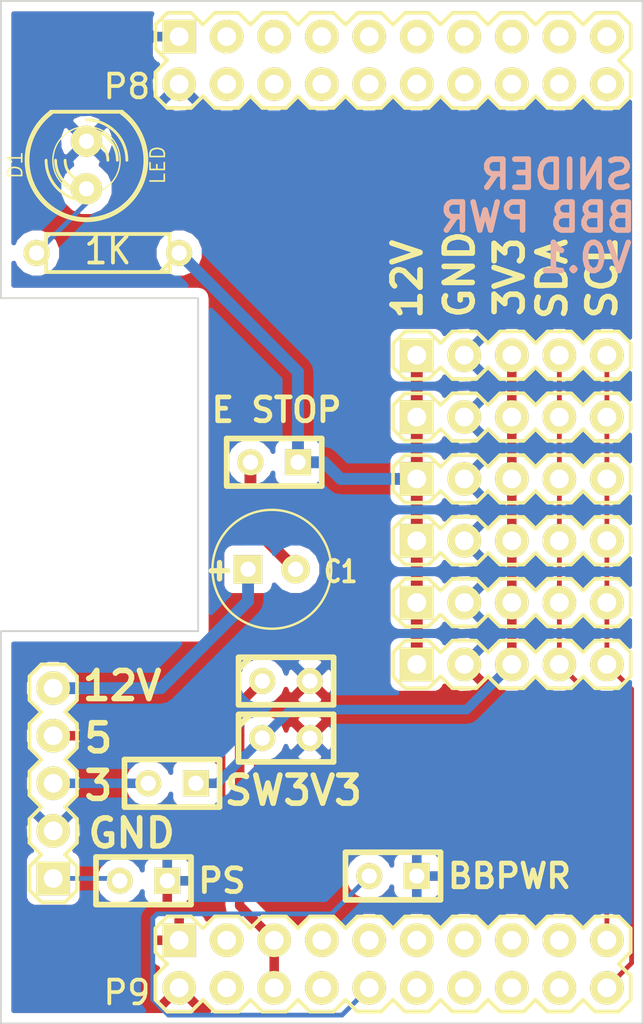
<source format=kicad_pcb>
(kicad_pcb (version 3) (host pcbnew "(2013-07-07 BZR 4022)-stable")

  (general
    (links 51)
    (no_connects 1)
    (area 200.179 162.509999 235.393429 218.921)
    (thickness 1.6)
    (drawings 27)
    (tracks 59)
    (zones 0)
    (modules 18)
    (nets 12)
  )

  (page A3)
  (layers
    (15 F.Cu signal)
    (0 B.Cu signal)
    (16 B.Adhes user)
    (17 F.Adhes user)
    (18 B.Paste user)
    (19 F.Paste user)
    (20 B.SilkS user)
    (21 F.SilkS user)
    (22 B.Mask user)
    (23 F.Mask user)
    (24 Dwgs.User user hide)
    (25 Cmts.User user hide)
    (26 Eco1.User user hide)
    (27 Eco2.User user hide)
    (28 Edge.Cuts user)
  )

  (setup
    (last_trace_width 0.254)
    (trace_clearance 0.254)
    (zone_clearance 0.508)
    (zone_45_only no)
    (trace_min 0.254)
    (segment_width 0.2)
    (edge_width 0.1)
    (via_size 0.889)
    (via_drill 0.635)
    (via_min_size 0.889)
    (via_min_drill 0.508)
    (uvia_size 0.508)
    (uvia_drill 0.127)
    (uvias_allowed no)
    (uvia_min_size 0.508)
    (uvia_min_drill 0.127)
    (pcb_text_width 0.3)
    (pcb_text_size 1.5 1.5)
    (mod_edge_width 0.15)
    (mod_text_size 1 1)
    (mod_text_width 0.15)
    (pad_size 2.1082 2.1082)
    (pad_drill 1.5875)
    (pad_to_mask_clearance 0)
    (aux_axis_origin 0 0)
    (visible_elements 7FFFFFFF)
    (pcbplotparams
      (layerselection 284196865)
      (usegerberextensions true)
      (excludeedgelayer true)
      (linewidth 0.150000)
      (plotframeref false)
      (viasonmask false)
      (mode 1)
      (useauxorigin false)
      (hpglpennumber 1)
      (hpglpenspeed 20)
      (hpglpendiameter 15)
      (hpglpenoverlay 2)
      (psnegative false)
      (psa4output false)
      (plotreference true)
      (plotvalue true)
      (plotothertext true)
      (plotinvisibletext false)
      (padsonsilk false)
      (subtractmaskfromsilk false)
      (outputformat 1)
      (mirror false)
      (drillshape 0)
      (scaleselection 1)
      (outputdirectory Gerber/))
  )

  (net 0 "")
  (net 1 +12V)
  (net 2 +3.3V)
  (net 3 +5V)
  (net 4 GND)
  (net 5 N-0000021)
  (net 6 N-0000025)
  (net 7 N-0000026)
  (net 8 N-000004)
  (net 9 N-0000041)
  (net 10 SCL)
  (net 11 SDA)

  (net_class Default "This is the default net class."
    (clearance 0.254)
    (trace_width 0.254)
    (via_dia 0.889)
    (via_drill 0.635)
    (uvia_dia 0.508)
    (uvia_drill 0.127)
    (add_net "")
    (add_net N-0000021)
    (add_net N-0000025)
    (add_net N-0000026)
    (add_net N-000004)
    (add_net SCL)
    (add_net SDA)
  )

  (net_class 12V ""
    (clearance 0.381)
    (trace_width 0.635)
    (via_dia 0.889)
    (via_drill 0.635)
    (uvia_dia 0.508)
    (uvia_drill 0.127)
    (add_net +12V)
    (add_net N-0000041)
  )

  (net_class 3.3V ""
    (clearance 0.254)
    (trace_width 0.508)
    (via_dia 0.889)
    (via_drill 0.635)
    (uvia_dia 0.508)
    (uvia_drill 0.127)
    (add_net +3.3V)
  )

  (net_class 5V ""
    (clearance 0.254)
    (trace_width 0.508)
    (via_dia 0.889)
    (via_drill 0.635)
    (uvia_dia 0.508)
    (uvia_drill 0.127)
    (add_net +5V)
  )

  (net_class GND ""
    (clearance 0.381)
    (trace_width 0.635)
    (via_dia 0.889)
    (via_drill 0.635)
    (uvia_dia 0.508)
    (uvia_drill 0.127)
    (add_net GND)
  )

  (module C1V7 (layer F.Cu) (tedit 53232A6C) (tstamp 53168DE7)
    (at 215.519 192.913)
    (path /530FB030)
    (fp_text reference C1 (at 3.683 0.127) (layer F.SilkS)
      (effects (font (size 1.143 0.889) (thickness 0.2032)))
    )
    (fp_text value 100uF (at 0 -1.524) (layer F.SilkS) hide
      (effects (font (size 1.143 0.889) (thickness 0.2032)))
    )
    (fp_text user + (at -2.794 0) (layer F.SilkS)
      (effects (font (size 1.143 1.143) (thickness 0.28575)))
    )
    (fp_circle (center 0 0) (end 3.175 0) (layer F.SilkS) (width 0.127))
    (pad 1 thru_hole rect (at -1.27 0) (size 1.524 1.524) (drill 0.8128)
      (layers *.Cu *.Mask F.SilkS)
      (net 9 N-0000041)
    )
    (pad 2 thru_hole circle (at 1.27 0) (size 1.524 1.524) (drill 0.8128)
      (layers *.Cu *.Mask F.SilkS)
      (net 9 N-0000041)
    )
    (model discret/c_vert_c1v7.wrl
      (at (xyz 0 0 0))
      (scale (xyz 1 1 1))
      (rotate (xyz 0 0 0))
    )
  )

  (module C1 (layer F.Cu) (tedit 531728F1) (tstamp 53168DF2)
    (at 216.281 198.882)
    (descr "Condensateur e = 1 pas")
    (tags C)
    (path /5316564A)
    (fp_text reference C2 (at 0 0) (layer F.SilkS) hide
      (effects (font (size 1.016 1.016) (thickness 0.2032)))
    )
    (fp_text value 0.1u (at 0.127 0) (layer F.SilkS) hide
      (effects (font (size 1.016 1.016) (thickness 0.2032)))
    )
    (fp_line (start -2.4892 -1.27) (end 2.54 -1.27) (layer F.SilkS) (width 0.3048))
    (fp_line (start 2.54 -1.27) (end 2.54 1.27) (layer F.SilkS) (width 0.3048))
    (fp_line (start 2.54 1.27) (end -2.54 1.27) (layer F.SilkS) (width 0.3048))
    (fp_line (start -2.54 1.27) (end -2.54 -1.27) (layer F.SilkS) (width 0.3048))
    (fp_line (start -2.54 -0.635) (end -1.905 -1.27) (layer F.SilkS) (width 0.3048))
    (pad 1 thru_hole circle (at -1.27 0) (size 1.397 1.397) (drill 0.8128)
      (layers *.Cu *.Mask F.SilkS)
      (net 3 +5V)
    )
    (pad 2 thru_hole circle (at 1.27 0) (size 1.397 1.397) (drill 0.8128)
      (layers *.Cu *.Mask F.SilkS)
      (net 4 GND)
    )
    (model discret/capa_1_pas.wrl
      (at (xyz 0 0 0))
      (scale (xyz 1 1 1))
      (rotate (xyz 0 0 0))
    )
  )

  (module C1 (layer F.Cu) (tedit 531728F6) (tstamp 53168DFD)
    (at 216.281 201.93)
    (descr "Condensateur e = 1 pas")
    (tags C)
    (path /5320A62D)
    (fp_text reference C3 (at 0 0) (layer F.SilkS) hide
      (effects (font (size 1.016 1.016) (thickness 0.2032)))
    )
    (fp_text value 0.1u (at -0.127 0) (layer F.SilkS) hide
      (effects (font (size 1.016 1.016) (thickness 0.2032)))
    )
    (fp_line (start -2.4892 -1.27) (end 2.54 -1.27) (layer F.SilkS) (width 0.3048))
    (fp_line (start 2.54 -1.27) (end 2.54 1.27) (layer F.SilkS) (width 0.3048))
    (fp_line (start 2.54 1.27) (end -2.54 1.27) (layer F.SilkS) (width 0.3048))
    (fp_line (start -2.54 1.27) (end -2.54 -1.27) (layer F.SilkS) (width 0.3048))
    (fp_line (start -2.54 -0.635) (end -1.905 -1.27) (layer F.SilkS) (width 0.3048))
    (pad 1 thru_hole circle (at -1.27 0) (size 1.397 1.397) (drill 0.8128)
      (layers *.Cu *.Mask F.SilkS)
      (net 2 +3.3V)
    )
    (pad 2 thru_hole circle (at 1.27 0) (size 1.397 1.397) (drill 0.8128)
      (layers *.Cu *.Mask F.SilkS)
      (net 4 GND)
    )
    (model discret/capa_1_pas.wrl
      (at (xyz 0 0 0))
      (scale (xyz 1 1 1))
      (rotate (xyz 0 0 0))
    )
  )

  (module SIL-2 (layer F.Cu) (tedit 53177CFA) (tstamp 5317AB5F)
    (at 221.996 209.296 180)
    (descr "Connecteurs 2 pins")
    (tags "CONN DEV")
    (path /53163BC3)
    (fp_text reference BB_SW1 (at 0 -2.54 180) (layer F.SilkS) hide
      (effects (font (size 1.72974 1.08712) (thickness 0.27178)))
    )
    (fp_text value CONN_2 (at 0 -2.54 180) (layer F.SilkS) hide
      (effects (font (size 1.524 1.016) (thickness 0.3048)))
    )
    (fp_line (start -2.54 1.27) (end -2.54 -1.27) (layer F.SilkS) (width 0.3048))
    (fp_line (start -2.54 -1.27) (end 2.54 -1.27) (layer F.SilkS) (width 0.3048))
    (fp_line (start 2.54 -1.27) (end 2.54 1.27) (layer F.SilkS) (width 0.3048))
    (fp_line (start 2.54 1.27) (end -2.54 1.27) (layer F.SilkS) (width 0.3048))
    (pad 1 thru_hole rect (at -1.27 0 180) (size 1.397 1.397) (drill 0.8128)
      (layers *.Cu *.Mask F.SilkS)
      (net 4 GND)
    )
    (pad 2 thru_hole circle (at 1.27 0 180) (size 1.397 1.397) (drill 0.8128)
      (layers *.Cu *.Mask F.SilkS)
      (net 8 N-000004)
    )
  )

  (module SIL-2 (layer F.Cu) (tedit 53177CF3) (tstamp 5320AB1A)
    (at 208.661 209.55 180)
    (descr "Connecteurs 2 pins")
    (tags "CONN DEV")
    (path /53163C89)
    (fp_text reference PS_SW1 (at 0 -2.54 180) (layer F.SilkS) hide
      (effects (font (size 1.72974 1.08712) (thickness 0.27178)))
    )
    (fp_text value CONN_2 (at 0 -2.54 180) (layer F.SilkS) hide
      (effects (font (size 1.524 1.016) (thickness 0.3048)))
    )
    (fp_line (start -2.54 1.27) (end -2.54 -1.27) (layer F.SilkS) (width 0.3048))
    (fp_line (start -2.54 -1.27) (end 2.54 -1.27) (layer F.SilkS) (width 0.3048))
    (fp_line (start 2.54 -1.27) (end 2.54 1.27) (layer F.SilkS) (width 0.3048))
    (fp_line (start 2.54 1.27) (end -2.54 1.27) (layer F.SilkS) (width 0.3048))
    (pad 1 thru_hole rect (at -1.27 0 180) (size 1.397 1.397) (drill 0.8128)
      (layers *.Cu *.Mask F.SilkS)
      (net 4 GND)
    )
    (pad 2 thru_hole circle (at 1.27 0 180) (size 1.397 1.397) (drill 0.8128)
      (layers *.Cu *.Mask F.SilkS)
      (net 6 N-0000025)
    )
  )

  (module SIL-2 (layer F.Cu) (tedit 53177CEB) (tstamp 5317AB73)
    (at 215.646 187.198 180)
    (descr "Connecteurs 2 pins")
    (tags "CONN DEV")
    (path /531725C0)
    (fp_text reference E_SW1 (at 0 -2.54 180) (layer F.SilkS) hide
      (effects (font (size 1.72974 1.08712) (thickness 0.27178)))
    )
    (fp_text value CONN_2 (at 0 -2.54 180) (layer F.SilkS) hide
      (effects (font (size 1.524 1.016) (thickness 0.3048)))
    )
    (fp_line (start -2.54 1.27) (end -2.54 -1.27) (layer F.SilkS) (width 0.3048))
    (fp_line (start -2.54 -1.27) (end 2.54 -1.27) (layer F.SilkS) (width 0.3048))
    (fp_line (start 2.54 -1.27) (end 2.54 1.27) (layer F.SilkS) (width 0.3048))
    (fp_line (start 2.54 1.27) (end -2.54 1.27) (layer F.SilkS) (width 0.3048))
    (pad 1 thru_hole rect (at -1.27 0 180) (size 1.397 1.397) (drill 0.8128)
      (layers *.Cu *.Mask F.SilkS)
      (net 1 +12V)
    )
    (pad 2 thru_hole circle (at 1.27 0 180) (size 1.397 1.397) (drill 0.8128)
      (layers *.Cu *.Mask F.SilkS)
      (net 9 N-0000041)
    )
  )

  (module 2x10 (layer F.Cu) (tedit 5317CD7D) (tstamp 5317ABD1)
    (at 221.996 213.995)
    (path /5316518D)
    (fp_text reference P9 (at -14.224 1.524) (layer F.SilkS)
      (effects (font (size 1.27 1.27) (thickness 0.2)))
    )
    (fp_text value CONN_10X2 (at 0 3.81) (layer F.SilkS) hide
      (effects (font (size 1.27 1.27) (thickness 0.2)))
    )
    (fp_line (start 9.525 2.54) (end 10.16 1.905) (layer F.SilkS) (width 0.2))
    (fp_line (start 10.16 1.905) (end 10.795 2.54) (layer F.SilkS) (width 0.2))
    (fp_line (start 10.795 2.54) (end 12.065 2.54) (layer F.SilkS) (width 0.2))
    (fp_line (start 9.525 -2.54) (end 10.16 -1.905) (layer F.SilkS) (width 0.2))
    (fp_line (start 10.16 -1.905) (end 10.795 -2.54) (layer F.SilkS) (width 0.2))
    (fp_line (start 10.795 -2.54) (end 12.065 -2.54) (layer F.SilkS) (width 0.2))
    (fp_line (start 6.985 2.54) (end 7.62 1.905) (layer F.SilkS) (width 0.2))
    (fp_line (start 7.62 1.905) (end 8.255 2.54) (layer F.SilkS) (width 0.2))
    (fp_line (start 8.255 2.54) (end 9.525 2.54) (layer F.SilkS) (width 0.2))
    (fp_line (start 6.985 -2.54) (end 7.62 -1.905) (layer F.SilkS) (width 0.2))
    (fp_line (start 7.62 -1.905) (end 8.255 -2.54) (layer F.SilkS) (width 0.2))
    (fp_line (start 8.255 -2.54) (end 9.525 -2.54) (layer F.SilkS) (width 0.2))
    (fp_line (start 3.175 -2.54) (end 4.445 -2.54) (layer F.SilkS) (width 0.2))
    (fp_line (start 4.445 -2.54) (end 5.08 -1.905) (layer F.SilkS) (width 0.2))
    (fp_line (start 5.08 -1.905) (end 5.715 -2.54) (layer F.SilkS) (width 0.2))
    (fp_line (start 3.175 2.54) (end 4.445 2.54) (layer F.SilkS) (width 0.2))
    (fp_line (start 4.445 2.54) (end 5.08 1.905) (layer F.SilkS) (width 0.2))
    (fp_line (start 5.08 1.905) (end 5.715 2.54) (layer F.SilkS) (width 0.2))
    (fp_line (start 1.905 -2.54) (end 2.54 -1.905) (layer F.SilkS) (width 0.2))
    (fp_line (start 2.54 -1.905) (end 3.175 -2.54) (layer F.SilkS) (width 0.2))
    (fp_line (start 5.715 -2.54) (end 6.985 -2.54) (layer F.SilkS) (width 0.2))
    (fp_line (start 1.905 2.54) (end 2.54 1.905) (layer F.SilkS) (width 0.2))
    (fp_line (start 2.54 1.905) (end 3.175 2.54) (layer F.SilkS) (width 0.2))
    (fp_line (start 5.715 2.54) (end 6.985 2.54) (layer F.SilkS) (width 0.2))
    (fp_line (start -0.635 -2.54) (end 0 -1.905) (layer F.SilkS) (width 0.2))
    (fp_line (start 0 -1.905) (end 0.635 -2.54) (layer F.SilkS) (width 0.2))
    (fp_line (start 0.635 -2.54) (end 1.905 -2.54) (layer F.SilkS) (width 0.2))
    (fp_line (start -0.635 2.54) (end 0 1.905) (layer F.SilkS) (width 0.2))
    (fp_line (start 0 1.905) (end 0.635 2.54) (layer F.SilkS) (width 0.2))
    (fp_line (start 0.635 2.54) (end 1.905 2.54) (layer F.SilkS) (width 0.2))
    (fp_line (start -4.445 2.54) (end -3.175 2.54) (layer F.SilkS) (width 0.2))
    (fp_line (start -3.175 2.54) (end -2.54 1.905) (layer F.SilkS) (width 0.2))
    (fp_line (start -2.54 1.905) (end -1.905 2.54) (layer F.SilkS) (width 0.2))
    (fp_line (start -4.445 -2.54) (end -3.175 -2.54) (layer F.SilkS) (width 0.2))
    (fp_line (start -3.175 -2.54) (end -2.54 -1.905) (layer F.SilkS) (width 0.2))
    (fp_line (start -2.54 -1.905) (end -1.905 -2.54) (layer F.SilkS) (width 0.2))
    (fp_line (start -5.715 2.54) (end -5.08 1.905) (layer F.SilkS) (width 0.2))
    (fp_line (start -5.08 1.905) (end -4.445 2.54) (layer F.SilkS) (width 0.2))
    (fp_line (start -1.905 2.54) (end -0.635 2.54) (layer F.SilkS) (width 0.2))
    (fp_line (start -5.715 -2.54) (end -5.08 -1.905) (layer F.SilkS) (width 0.2))
    (fp_line (start -5.08 -1.905) (end -4.445 -2.54) (layer F.SilkS) (width 0.2))
    (fp_line (start -1.905 -2.54) (end -0.635 -2.54) (layer F.SilkS) (width 0.2))
    (fp_line (start -8.255 2.54) (end -7.62 1.905) (layer F.SilkS) (width 0.2))
    (fp_line (start -7.62 1.905) (end -6.985 2.54) (layer F.SilkS) (width 0.2))
    (fp_line (start -6.985 2.54) (end -5.715 2.54) (layer F.SilkS) (width 0.2))
    (fp_line (start -8.255 -2.54) (end -7.62 -1.905) (layer F.SilkS) (width 0.2))
    (fp_line (start -7.62 -1.905) (end -6.985 -2.54) (layer F.SilkS) (width 0.2))
    (fp_line (start -6.985 -2.54) (end -5.715 -2.54) (layer F.SilkS) (width 0.2))
    (fp_line (start 12.7 -1.905) (end 12.7 -0.635) (layer F.SilkS) (width 0.2))
    (fp_line (start 12.7 -0.635) (end 12.065 0) (layer F.SilkS) (width 0.2))
    (fp_line (start 12.065 0) (end 12.7 0.635) (layer F.SilkS) (width 0.2))
    (fp_line (start 12.7 0.635) (end 12.7 1.905) (layer F.SilkS) (width 0.2))
    (fp_line (start -12.7 -1.905) (end -12.7 -0.635) (layer F.SilkS) (width 0.2))
    (fp_line (start -12.7 -0.635) (end -12.065 0) (layer F.SilkS) (width 0.2))
    (fp_line (start -12.065 0) (end -12.7 0.635) (layer F.SilkS) (width 0.2))
    (fp_line (start -12.7 0.635) (end -12.7 1.905) (layer F.SilkS) (width 0.2))
    (fp_line (start -12.7 -1.905) (end -12.065 -2.54) (layer F.SilkS) (width 0.2))
    (fp_line (start -12.065 -2.54) (end -10.795 -2.54) (layer F.SilkS) (width 0.2))
    (fp_line (start -10.795 -2.54) (end -10.16 -1.905) (layer F.SilkS) (width 0.2))
    (fp_line (start -10.16 -1.905) (end -9.525 -2.54) (layer F.SilkS) (width 0.2))
    (fp_line (start -9.525 -2.54) (end -8.255 -2.54) (layer F.SilkS) (width 0.2))
    (fp_line (start 12.065 -2.54) (end 12.7 -1.905) (layer F.SilkS) (width 0.2))
    (fp_line (start 12.7 1.905) (end 12.065 2.54) (layer F.SilkS) (width 0.2))
    (fp_line (start -8.255 2.54) (end -9.525 2.54) (layer F.SilkS) (width 0.2))
    (fp_line (start -9.525 2.54) (end -10.16 1.905) (layer F.SilkS) (width 0.2))
    (fp_line (start -10.16 1.905) (end -10.795 2.54) (layer F.SilkS) (width 0.2))
    (fp_line (start -10.795 2.54) (end -12.065 2.54) (layer F.SilkS) (width 0.2))
    (fp_line (start -12.065 2.54) (end -12.7 1.905) (layer F.SilkS) (width 0.2))
    (pad 2 thru_hole rect (at -11.43 -1.27) (size 1.8 1.8) (drill 1)
      (layers *.Cu *.Mask F.SilkS)
      (net 4 GND)
    )
    (pad 1 thru_hole circle (at -11.43 1.27) (size 1.8 1.8) (drill 1)
      (layers *.Cu *.Mask F.SilkS)
      (net 4 GND)
    )
    (pad 4 thru_hole circle (at -8.89 -1.27) (size 1.8 1.8) (drill 1)
      (layers *.Cu *.Mask F.SilkS)
    )
    (pad 3 thru_hole circle (at -8.89 1.27) (size 1.8 1.8) (drill 1)
      (layers *.Cu *.Mask F.SilkS)
    )
    (pad 6 thru_hole circle (at -6.35 -1.27) (size 1.8 1.8) (drill 1)
      (layers *.Cu *.Mask F.SilkS)
      (net 3 +5V)
    )
    (pad 5 thru_hole circle (at -6.35 1.27) (size 1.8 1.8) (drill 1)
      (layers *.Cu *.Mask F.SilkS)
      (net 3 +5V)
    )
    (pad 8 thru_hole circle (at -3.81 -1.27) (size 1.8 1.8) (drill 1)
      (layers *.Cu *.Mask F.SilkS)
    )
    (pad 7 thru_hole circle (at -3.81 1.27) (size 1.8 1.8) (drill 1)
      (layers *.Cu *.Mask F.SilkS)
    )
    (pad 10 thru_hole circle (at -1.27 -1.27) (size 1.8 1.8) (drill 1)
      (layers *.Cu *.Mask F.SilkS)
    )
    (pad 9 thru_hole circle (at -1.27 1.27) (size 1.8 1.8) (drill 1)
      (layers *.Cu *.Mask F.SilkS)
      (net 8 N-000004)
    )
    (pad 12 thru_hole circle (at 1.27 -1.27) (size 1.8 1.8) (drill 1)
      (layers *.Cu *.Mask F.SilkS)
    )
    (pad 11 thru_hole circle (at 1.27 1.27) (size 1.8 1.8) (drill 1)
      (layers *.Cu *.Mask F.SilkS)
    )
    (pad 14 thru_hole circle (at 3.81 -1.27) (size 1.8 1.8) (drill 1)
      (layers *.Cu *.Mask F.SilkS)
    )
    (pad 13 thru_hole circle (at 3.81 1.27) (size 1.8 1.8) (drill 1)
      (layers *.Cu *.Mask F.SilkS)
    )
    (pad 16 thru_hole circle (at 6.35 -1.27) (size 1.8 1.8) (drill 1)
      (layers *.Cu *.Mask F.SilkS)
    )
    (pad 15 thru_hole circle (at 6.35 1.27) (size 1.8 1.8) (drill 1)
      (layers *.Cu *.Mask F.SilkS)
    )
    (pad 18 thru_hole circle (at 8.89 -1.27) (size 1.8 1.8) (drill 1)
      (layers *.Cu *.Mask F.SilkS)
    )
    (pad 17 thru_hole circle (at 8.89 1.27) (size 1.8 1.8) (drill 1)
      (layers *.Cu *.Mask F.SilkS)
    )
    (pad 20 thru_hole circle (at 11.43 -1.27) (size 1.8 1.8) (drill 1)
      (layers *.Cu *.Mask F.SilkS)
      (net 11 SDA)
    )
    (pad 19 thru_hole circle (at 11.43 1.27) (size 1.8 1.8) (drill 1)
      (layers *.Cu *.Mask F.SilkS)
      (net 10 SCL)
    )
    (model pin_header/2x10.wrl
      (at (xyz 0 0 0))
      (scale (xyz 1 1 1))
      (rotate (xyz 0 0 0))
    )
  )

  (module 2x10 (layer F.Cu) (tedit 5317CD78) (tstamp 5317AC2D)
    (at 221.996 165.735)
    (path /531652F8)
    (fp_text reference P8 (at -14.224 1.397) (layer F.SilkS)
      (effects (font (size 1.27 1.27) (thickness 0.2)))
    )
    (fp_text value CONN_10X2 (at 0 3.81) (layer F.SilkS) hide
      (effects (font (size 1.27 1.27) (thickness 0.2)))
    )
    (fp_line (start 9.525 2.54) (end 10.16 1.905) (layer F.SilkS) (width 0.2))
    (fp_line (start 10.16 1.905) (end 10.795 2.54) (layer F.SilkS) (width 0.2))
    (fp_line (start 10.795 2.54) (end 12.065 2.54) (layer F.SilkS) (width 0.2))
    (fp_line (start 9.525 -2.54) (end 10.16 -1.905) (layer F.SilkS) (width 0.2))
    (fp_line (start 10.16 -1.905) (end 10.795 -2.54) (layer F.SilkS) (width 0.2))
    (fp_line (start 10.795 -2.54) (end 12.065 -2.54) (layer F.SilkS) (width 0.2))
    (fp_line (start 6.985 2.54) (end 7.62 1.905) (layer F.SilkS) (width 0.2))
    (fp_line (start 7.62 1.905) (end 8.255 2.54) (layer F.SilkS) (width 0.2))
    (fp_line (start 8.255 2.54) (end 9.525 2.54) (layer F.SilkS) (width 0.2))
    (fp_line (start 6.985 -2.54) (end 7.62 -1.905) (layer F.SilkS) (width 0.2))
    (fp_line (start 7.62 -1.905) (end 8.255 -2.54) (layer F.SilkS) (width 0.2))
    (fp_line (start 8.255 -2.54) (end 9.525 -2.54) (layer F.SilkS) (width 0.2))
    (fp_line (start 3.175 -2.54) (end 4.445 -2.54) (layer F.SilkS) (width 0.2))
    (fp_line (start 4.445 -2.54) (end 5.08 -1.905) (layer F.SilkS) (width 0.2))
    (fp_line (start 5.08 -1.905) (end 5.715 -2.54) (layer F.SilkS) (width 0.2))
    (fp_line (start 3.175 2.54) (end 4.445 2.54) (layer F.SilkS) (width 0.2))
    (fp_line (start 4.445 2.54) (end 5.08 1.905) (layer F.SilkS) (width 0.2))
    (fp_line (start 5.08 1.905) (end 5.715 2.54) (layer F.SilkS) (width 0.2))
    (fp_line (start 1.905 -2.54) (end 2.54 -1.905) (layer F.SilkS) (width 0.2))
    (fp_line (start 2.54 -1.905) (end 3.175 -2.54) (layer F.SilkS) (width 0.2))
    (fp_line (start 5.715 -2.54) (end 6.985 -2.54) (layer F.SilkS) (width 0.2))
    (fp_line (start 1.905 2.54) (end 2.54 1.905) (layer F.SilkS) (width 0.2))
    (fp_line (start 2.54 1.905) (end 3.175 2.54) (layer F.SilkS) (width 0.2))
    (fp_line (start 5.715 2.54) (end 6.985 2.54) (layer F.SilkS) (width 0.2))
    (fp_line (start -0.635 -2.54) (end 0 -1.905) (layer F.SilkS) (width 0.2))
    (fp_line (start 0 -1.905) (end 0.635 -2.54) (layer F.SilkS) (width 0.2))
    (fp_line (start 0.635 -2.54) (end 1.905 -2.54) (layer F.SilkS) (width 0.2))
    (fp_line (start -0.635 2.54) (end 0 1.905) (layer F.SilkS) (width 0.2))
    (fp_line (start 0 1.905) (end 0.635 2.54) (layer F.SilkS) (width 0.2))
    (fp_line (start 0.635 2.54) (end 1.905 2.54) (layer F.SilkS) (width 0.2))
    (fp_line (start -4.445 2.54) (end -3.175 2.54) (layer F.SilkS) (width 0.2))
    (fp_line (start -3.175 2.54) (end -2.54 1.905) (layer F.SilkS) (width 0.2))
    (fp_line (start -2.54 1.905) (end -1.905 2.54) (layer F.SilkS) (width 0.2))
    (fp_line (start -4.445 -2.54) (end -3.175 -2.54) (layer F.SilkS) (width 0.2))
    (fp_line (start -3.175 -2.54) (end -2.54 -1.905) (layer F.SilkS) (width 0.2))
    (fp_line (start -2.54 -1.905) (end -1.905 -2.54) (layer F.SilkS) (width 0.2))
    (fp_line (start -5.715 2.54) (end -5.08 1.905) (layer F.SilkS) (width 0.2))
    (fp_line (start -5.08 1.905) (end -4.445 2.54) (layer F.SilkS) (width 0.2))
    (fp_line (start -1.905 2.54) (end -0.635 2.54) (layer F.SilkS) (width 0.2))
    (fp_line (start -5.715 -2.54) (end -5.08 -1.905) (layer F.SilkS) (width 0.2))
    (fp_line (start -5.08 -1.905) (end -4.445 -2.54) (layer F.SilkS) (width 0.2))
    (fp_line (start -1.905 -2.54) (end -0.635 -2.54) (layer F.SilkS) (width 0.2))
    (fp_line (start -8.255 2.54) (end -7.62 1.905) (layer F.SilkS) (width 0.2))
    (fp_line (start -7.62 1.905) (end -6.985 2.54) (layer F.SilkS) (width 0.2))
    (fp_line (start -6.985 2.54) (end -5.715 2.54) (layer F.SilkS) (width 0.2))
    (fp_line (start -8.255 -2.54) (end -7.62 -1.905) (layer F.SilkS) (width 0.2))
    (fp_line (start -7.62 -1.905) (end -6.985 -2.54) (layer F.SilkS) (width 0.2))
    (fp_line (start -6.985 -2.54) (end -5.715 -2.54) (layer F.SilkS) (width 0.2))
    (fp_line (start 12.7 -1.905) (end 12.7 -0.635) (layer F.SilkS) (width 0.2))
    (fp_line (start 12.7 -0.635) (end 12.065 0) (layer F.SilkS) (width 0.2))
    (fp_line (start 12.065 0) (end 12.7 0.635) (layer F.SilkS) (width 0.2))
    (fp_line (start 12.7 0.635) (end 12.7 1.905) (layer F.SilkS) (width 0.2))
    (fp_line (start -12.7 -1.905) (end -12.7 -0.635) (layer F.SilkS) (width 0.2))
    (fp_line (start -12.7 -0.635) (end -12.065 0) (layer F.SilkS) (width 0.2))
    (fp_line (start -12.065 0) (end -12.7 0.635) (layer F.SilkS) (width 0.2))
    (fp_line (start -12.7 0.635) (end -12.7 1.905) (layer F.SilkS) (width 0.2))
    (fp_line (start -12.7 -1.905) (end -12.065 -2.54) (layer F.SilkS) (width 0.2))
    (fp_line (start -12.065 -2.54) (end -10.795 -2.54) (layer F.SilkS) (width 0.2))
    (fp_line (start -10.795 -2.54) (end -10.16 -1.905) (layer F.SilkS) (width 0.2))
    (fp_line (start -10.16 -1.905) (end -9.525 -2.54) (layer F.SilkS) (width 0.2))
    (fp_line (start -9.525 -2.54) (end -8.255 -2.54) (layer F.SilkS) (width 0.2))
    (fp_line (start 12.065 -2.54) (end 12.7 -1.905) (layer F.SilkS) (width 0.2))
    (fp_line (start 12.7 1.905) (end 12.065 2.54) (layer F.SilkS) (width 0.2))
    (fp_line (start -8.255 2.54) (end -9.525 2.54) (layer F.SilkS) (width 0.2))
    (fp_line (start -9.525 2.54) (end -10.16 1.905) (layer F.SilkS) (width 0.2))
    (fp_line (start -10.16 1.905) (end -10.795 2.54) (layer F.SilkS) (width 0.2))
    (fp_line (start -10.795 2.54) (end -12.065 2.54) (layer F.SilkS) (width 0.2))
    (fp_line (start -12.065 2.54) (end -12.7 1.905) (layer F.SilkS) (width 0.2))
    (pad 2 thru_hole rect (at -11.43 -1.27) (size 1.8 1.8) (drill 1)
      (layers *.Cu *.Mask F.SilkS)
      (net 4 GND)
    )
    (pad 1 thru_hole circle (at -11.43 1.27) (size 1.8 1.8) (drill 1)
      (layers *.Cu *.Mask F.SilkS)
      (net 4 GND)
    )
    (pad 4 thru_hole circle (at -8.89 -1.27) (size 1.8 1.8) (drill 1)
      (layers *.Cu *.Mask F.SilkS)
    )
    (pad 3 thru_hole circle (at -8.89 1.27) (size 1.8 1.8) (drill 1)
      (layers *.Cu *.Mask F.SilkS)
    )
    (pad 6 thru_hole circle (at -6.35 -1.27) (size 1.8 1.8) (drill 1)
      (layers *.Cu *.Mask F.SilkS)
    )
    (pad 5 thru_hole circle (at -6.35 1.27) (size 1.8 1.8) (drill 1)
      (layers *.Cu *.Mask F.SilkS)
    )
    (pad 8 thru_hole circle (at -3.81 -1.27) (size 1.8 1.8) (drill 1)
      (layers *.Cu *.Mask F.SilkS)
    )
    (pad 7 thru_hole circle (at -3.81 1.27) (size 1.8 1.8) (drill 1)
      (layers *.Cu *.Mask F.SilkS)
    )
    (pad 10 thru_hole circle (at -1.27 -1.27) (size 1.8 1.8) (drill 1)
      (layers *.Cu *.Mask F.SilkS)
    )
    (pad 9 thru_hole circle (at -1.27 1.27) (size 1.8 1.8) (drill 1)
      (layers *.Cu *.Mask F.SilkS)
    )
    (pad 12 thru_hole circle (at 1.27 -1.27) (size 1.8 1.8) (drill 1)
      (layers *.Cu *.Mask F.SilkS)
    )
    (pad 11 thru_hole circle (at 1.27 1.27) (size 1.8 1.8) (drill 1)
      (layers *.Cu *.Mask F.SilkS)
    )
    (pad 14 thru_hole circle (at 3.81 -1.27) (size 1.8 1.8) (drill 1)
      (layers *.Cu *.Mask F.SilkS)
    )
    (pad 13 thru_hole circle (at 3.81 1.27) (size 1.8 1.8) (drill 1)
      (layers *.Cu *.Mask F.SilkS)
    )
    (pad 16 thru_hole circle (at 6.35 -1.27) (size 1.8 1.8) (drill 1)
      (layers *.Cu *.Mask F.SilkS)
    )
    (pad 15 thru_hole circle (at 6.35 1.27) (size 1.8 1.8) (drill 1)
      (layers *.Cu *.Mask F.SilkS)
    )
    (pad 18 thru_hole circle (at 8.89 -1.27) (size 1.8 1.8) (drill 1)
      (layers *.Cu *.Mask F.SilkS)
    )
    (pad 17 thru_hole circle (at 8.89 1.27) (size 1.8 1.8) (drill 1)
      (layers *.Cu *.Mask F.SilkS)
    )
    (pad 20 thru_hole circle (at 11.43 -1.27) (size 1.8 1.8) (drill 1)
      (layers *.Cu *.Mask F.SilkS)
    )
    (pad 19 thru_hole circle (at 11.43 1.27) (size 1.8 1.8) (drill 1)
      (layers *.Cu *.Mask F.SilkS)
    )
    (model pin_header/2x10.wrl
      (at (xyz 0 0 0))
      (scale (xyz 1 1 1))
      (rotate (xyz 0 0 0))
    )
  )

  (module SIL-2 (layer F.Cu) (tedit 5320AA79) (tstamp 5320A692)
    (at 210.185 204.343 180)
    (descr "Connecteurs 2 pins")
    (tags "CONN DEV")
    (path /5320A5BE)
    (fp_text reference 3v3 (at -2.032 -2.54 180) (layer F.SilkS) hide
      (effects (font (size 1.72974 1.08712) (thickness 0.27178)))
    )
    (fp_text value CONN_2 (at 0 -2.54 180) (layer F.SilkS) hide
      (effects (font (size 1.524 1.016) (thickness 0.3048)))
    )
    (fp_line (start -2.54 1.27) (end -2.54 -1.27) (layer F.SilkS) (width 0.3048))
    (fp_line (start -2.54 -1.27) (end 2.54 -1.27) (layer F.SilkS) (width 0.3048))
    (fp_line (start 2.54 -1.27) (end 2.54 1.27) (layer F.SilkS) (width 0.3048))
    (fp_line (start 2.54 1.27) (end -2.54 1.27) (layer F.SilkS) (width 0.3048))
    (pad 1 thru_hole rect (at -1.27 0 180) (size 1.397 1.397) (drill 0.8128)
      (layers *.Cu *.Mask F.SilkS)
      (net 2 +3.3V)
    )
    (pad 2 thru_hole circle (at 1.27 0 180) (size 1.397 1.397) (drill 0.8128)
      (layers *.Cu *.Mask F.SilkS)
      (net 5 N-0000021)
    )
  )

  (module 1x05 (layer F.Cu) (tedit 5320A8AD) (tstamp 5320A6BB)
    (at 203.835 204.343 90)
    (path /5320A558)
    (fp_text reference P1 (at 0 -2.54 90) (layer F.SilkS) hide
      (effects (font (size 1.27 1.27) (thickness 0.2)))
    )
    (fp_text value CONN_5 (at 0 2.54 90) (layer F.SilkS) hide
      (effects (font (size 1.27 1.27) (thickness 0.2)))
    )
    (fp_line (start -5.715 -1.27) (end -6.35 -0.635) (layer F.SilkS) (width 0.2))
    (fp_line (start -6.35 -0.635) (end -6.35 0.635) (layer F.SilkS) (width 0.2))
    (fp_line (start -6.35 0.635) (end -5.715 1.27) (layer F.SilkS) (width 0.2))
    (fp_line (start -5.715 1.27) (end -4.445 1.27) (layer F.SilkS) (width 0.2))
    (fp_line (start -4.445 1.27) (end -3.81 0.635) (layer F.SilkS) (width 0.2))
    (fp_line (start -3.81 0.635) (end -3.175 1.27) (layer F.SilkS) (width 0.2))
    (fp_line (start -3.175 1.27) (end -1.905 1.27) (layer F.SilkS) (width 0.2))
    (fp_line (start -1.905 1.27) (end -1.27 0.635) (layer F.SilkS) (width 0.2))
    (fp_line (start -1.27 0.635) (end -0.635 1.27) (layer F.SilkS) (width 0.2))
    (fp_line (start -0.635 1.27) (end 0.635 1.27) (layer F.SilkS) (width 0.2))
    (fp_line (start 0.635 1.27) (end 1.27 0.635) (layer F.SilkS) (width 0.2))
    (fp_line (start 1.27 0.635) (end 1.905 1.27) (layer F.SilkS) (width 0.2))
    (fp_line (start 1.905 1.27) (end 3.175 1.27) (layer F.SilkS) (width 0.2))
    (fp_line (start 3.175 1.27) (end 3.81 0.635) (layer F.SilkS) (width 0.2))
    (fp_line (start 3.81 0.635) (end 4.445 1.27) (layer F.SilkS) (width 0.2))
    (fp_line (start 4.445 1.27) (end 5.715 1.27) (layer F.SilkS) (width 0.2))
    (fp_line (start 5.715 1.27) (end 6.35 0.635) (layer F.SilkS) (width 0.2))
    (fp_line (start 6.35 0.635) (end 6.35 -0.635) (layer F.SilkS) (width 0.2))
    (fp_line (start 6.35 -0.635) (end 5.715 -1.27) (layer F.SilkS) (width 0.2))
    (fp_line (start 5.715 -1.27) (end 4.445 -1.27) (layer F.SilkS) (width 0.2))
    (fp_line (start 4.445 -1.27) (end 3.81 -0.635) (layer F.SilkS) (width 0.2))
    (fp_line (start 3.81 -0.635) (end 3.175 -1.27) (layer F.SilkS) (width 0.2))
    (fp_line (start 3.175 -1.27) (end 1.905 -1.27) (layer F.SilkS) (width 0.2))
    (fp_line (start 1.905 -1.27) (end 1.27 -0.635) (layer F.SilkS) (width 0.2))
    (fp_line (start 1.27 -0.635) (end 0.635 -1.27) (layer F.SilkS) (width 0.2))
    (fp_line (start 0.635 -1.27) (end -0.635 -1.27) (layer F.SilkS) (width 0.2))
    (fp_line (start -0.635 -1.27) (end -1.27 -0.635) (layer F.SilkS) (width 0.2))
    (fp_line (start -1.27 -0.635) (end -1.905 -1.27) (layer F.SilkS) (width 0.2))
    (fp_line (start -1.905 -1.27) (end -3.175 -1.27) (layer F.SilkS) (width 0.2))
    (fp_line (start -3.175 -1.27) (end -3.81 -0.635) (layer F.SilkS) (width 0.2))
    (fp_line (start -3.81 -0.635) (end -4.445 -1.27) (layer F.SilkS) (width 0.2))
    (fp_line (start -4.445 -1.27) (end -5.715 -1.27) (layer F.SilkS) (width 0.2))
    (pad 1 thru_hole rect (at -5.08 0 90) (size 1.8 1.8) (drill 1)
      (layers *.Cu *.Mask F.SilkS)
      (net 6 N-0000025)
    )
    (pad 2 thru_hole circle (at -2.54 0 90) (size 1.8 1.8) (drill 1)
      (layers *.Cu *.Mask F.SilkS)
      (net 4 GND)
    )
    (pad 3 thru_hole circle (at 0 0 90) (size 1.8 1.8) (drill 1)
      (layers *.Cu *.Mask F.SilkS)
      (net 5 N-0000021)
    )
    (pad 4 thru_hole circle (at 2.54 0 90) (size 1.8 1.8) (drill 1)
      (layers *.Cu *.Mask F.SilkS)
      (net 3 +5V)
    )
    (pad 5 thru_hole circle (at 5.08 0 90) (size 1.8 1.8) (drill 1)
      (layers *.Cu *.Mask F.SilkS)
      (net 9 N-0000041)
    )
    (model pin_header/1x5.wrl
      (at (xyz 0 0 0))
      (scale (xyz 1 1 1))
      (rotate (xyz 0 0 0))
    )
  )

  (module 1x05 (layer F.Cu) (tedit 5320A83A) (tstamp 53168D59)
    (at 228.346 181.483)
    (path /530FADD1)
    (fp_text reference P2 (at 0 -2.54) (layer F.SilkS) hide
      (effects (font (size 1.27 1.27) (thickness 0.2)))
    )
    (fp_text value CONN_5 (at 0 2.54) (layer F.SilkS) hide
      (effects (font (size 1.27 1.27) (thickness 0.2)))
    )
    (fp_line (start -5.715 -1.27) (end -6.35 -0.635) (layer F.SilkS) (width 0.2))
    (fp_line (start -6.35 -0.635) (end -6.35 0.635) (layer F.SilkS) (width 0.2))
    (fp_line (start -6.35 0.635) (end -5.715 1.27) (layer F.SilkS) (width 0.2))
    (fp_line (start -5.715 1.27) (end -4.445 1.27) (layer F.SilkS) (width 0.2))
    (fp_line (start -4.445 1.27) (end -3.81 0.635) (layer F.SilkS) (width 0.2))
    (fp_line (start -3.81 0.635) (end -3.175 1.27) (layer F.SilkS) (width 0.2))
    (fp_line (start -3.175 1.27) (end -1.905 1.27) (layer F.SilkS) (width 0.2))
    (fp_line (start -1.905 1.27) (end -1.27 0.635) (layer F.SilkS) (width 0.2))
    (fp_line (start -1.27 0.635) (end -0.635 1.27) (layer F.SilkS) (width 0.2))
    (fp_line (start -0.635 1.27) (end 0.635 1.27) (layer F.SilkS) (width 0.2))
    (fp_line (start 0.635 1.27) (end 1.27 0.635) (layer F.SilkS) (width 0.2))
    (fp_line (start 1.27 0.635) (end 1.905 1.27) (layer F.SilkS) (width 0.2))
    (fp_line (start 1.905 1.27) (end 3.175 1.27) (layer F.SilkS) (width 0.2))
    (fp_line (start 3.175 1.27) (end 3.81 0.635) (layer F.SilkS) (width 0.2))
    (fp_line (start 3.81 0.635) (end 4.445 1.27) (layer F.SilkS) (width 0.2))
    (fp_line (start 4.445 1.27) (end 5.715 1.27) (layer F.SilkS) (width 0.2))
    (fp_line (start 5.715 1.27) (end 6.35 0.635) (layer F.SilkS) (width 0.2))
    (fp_line (start 6.35 0.635) (end 6.35 -0.635) (layer F.SilkS) (width 0.2))
    (fp_line (start 6.35 -0.635) (end 5.715 -1.27) (layer F.SilkS) (width 0.2))
    (fp_line (start 5.715 -1.27) (end 4.445 -1.27) (layer F.SilkS) (width 0.2))
    (fp_line (start 4.445 -1.27) (end 3.81 -0.635) (layer F.SilkS) (width 0.2))
    (fp_line (start 3.81 -0.635) (end 3.175 -1.27) (layer F.SilkS) (width 0.2))
    (fp_line (start 3.175 -1.27) (end 1.905 -1.27) (layer F.SilkS) (width 0.2))
    (fp_line (start 1.905 -1.27) (end 1.27 -0.635) (layer F.SilkS) (width 0.2))
    (fp_line (start 1.27 -0.635) (end 0.635 -1.27) (layer F.SilkS) (width 0.2))
    (fp_line (start 0.635 -1.27) (end -0.635 -1.27) (layer F.SilkS) (width 0.2))
    (fp_line (start -0.635 -1.27) (end -1.27 -0.635) (layer F.SilkS) (width 0.2))
    (fp_line (start -1.27 -0.635) (end -1.905 -1.27) (layer F.SilkS) (width 0.2))
    (fp_line (start -1.905 -1.27) (end -3.175 -1.27) (layer F.SilkS) (width 0.2))
    (fp_line (start -3.175 -1.27) (end -3.81 -0.635) (layer F.SilkS) (width 0.2))
    (fp_line (start -3.81 -0.635) (end -4.445 -1.27) (layer F.SilkS) (width 0.2))
    (fp_line (start -4.445 -1.27) (end -5.715 -1.27) (layer F.SilkS) (width 0.2))
    (pad 1 thru_hole rect (at -5.08 0) (size 1.8 1.8) (drill 1)
      (layers *.Cu *.Mask F.SilkS)
      (net 1 +12V)
    )
    (pad 2 thru_hole circle (at -2.54 0) (size 1.8 1.8) (drill 1)
      (layers *.Cu *.Mask F.SilkS)
      (net 4 GND)
    )
    (pad 3 thru_hole circle (at 0 0) (size 1.8 1.8) (drill 1)
      (layers *.Cu *.Mask F.SilkS)
      (net 2 +3.3V)
    )
    (pad 4 thru_hole circle (at 2.54 0) (size 1.8 1.8) (drill 1)
      (layers *.Cu *.Mask F.SilkS)
      (net 11 SDA)
    )
    (pad 5 thru_hole circle (at 5.08 0) (size 1.8 1.8) (drill 1)
      (layers *.Cu *.Mask F.SilkS)
      (net 10 SCL)
    )
    (model pin_header/1x5.wrl
      (at (xyz 0 0 0))
      (scale (xyz 1 1 1))
      (rotate (xyz 0 0 0))
    )
  )

  (module 1x05 (layer F.Cu) (tedit 5320A835) (tstamp 53168D67)
    (at 228.346 184.785)
    (path /530FB193)
    (fp_text reference P3 (at 0 -2.54) (layer F.SilkS) hide
      (effects (font (size 1.27 1.27) (thickness 0.2)))
    )
    (fp_text value CONN_5 (at 0 2.54) (layer F.SilkS) hide
      (effects (font (size 1.27 1.27) (thickness 0.2)))
    )
    (fp_line (start -5.715 -1.27) (end -6.35 -0.635) (layer F.SilkS) (width 0.2))
    (fp_line (start -6.35 -0.635) (end -6.35 0.635) (layer F.SilkS) (width 0.2))
    (fp_line (start -6.35 0.635) (end -5.715 1.27) (layer F.SilkS) (width 0.2))
    (fp_line (start -5.715 1.27) (end -4.445 1.27) (layer F.SilkS) (width 0.2))
    (fp_line (start -4.445 1.27) (end -3.81 0.635) (layer F.SilkS) (width 0.2))
    (fp_line (start -3.81 0.635) (end -3.175 1.27) (layer F.SilkS) (width 0.2))
    (fp_line (start -3.175 1.27) (end -1.905 1.27) (layer F.SilkS) (width 0.2))
    (fp_line (start -1.905 1.27) (end -1.27 0.635) (layer F.SilkS) (width 0.2))
    (fp_line (start -1.27 0.635) (end -0.635 1.27) (layer F.SilkS) (width 0.2))
    (fp_line (start -0.635 1.27) (end 0.635 1.27) (layer F.SilkS) (width 0.2))
    (fp_line (start 0.635 1.27) (end 1.27 0.635) (layer F.SilkS) (width 0.2))
    (fp_line (start 1.27 0.635) (end 1.905 1.27) (layer F.SilkS) (width 0.2))
    (fp_line (start 1.905 1.27) (end 3.175 1.27) (layer F.SilkS) (width 0.2))
    (fp_line (start 3.175 1.27) (end 3.81 0.635) (layer F.SilkS) (width 0.2))
    (fp_line (start 3.81 0.635) (end 4.445 1.27) (layer F.SilkS) (width 0.2))
    (fp_line (start 4.445 1.27) (end 5.715 1.27) (layer F.SilkS) (width 0.2))
    (fp_line (start 5.715 1.27) (end 6.35 0.635) (layer F.SilkS) (width 0.2))
    (fp_line (start 6.35 0.635) (end 6.35 -0.635) (layer F.SilkS) (width 0.2))
    (fp_line (start 6.35 -0.635) (end 5.715 -1.27) (layer F.SilkS) (width 0.2))
    (fp_line (start 5.715 -1.27) (end 4.445 -1.27) (layer F.SilkS) (width 0.2))
    (fp_line (start 4.445 -1.27) (end 3.81 -0.635) (layer F.SilkS) (width 0.2))
    (fp_line (start 3.81 -0.635) (end 3.175 -1.27) (layer F.SilkS) (width 0.2))
    (fp_line (start 3.175 -1.27) (end 1.905 -1.27) (layer F.SilkS) (width 0.2))
    (fp_line (start 1.905 -1.27) (end 1.27 -0.635) (layer F.SilkS) (width 0.2))
    (fp_line (start 1.27 -0.635) (end 0.635 -1.27) (layer F.SilkS) (width 0.2))
    (fp_line (start 0.635 -1.27) (end -0.635 -1.27) (layer F.SilkS) (width 0.2))
    (fp_line (start -0.635 -1.27) (end -1.27 -0.635) (layer F.SilkS) (width 0.2))
    (fp_line (start -1.27 -0.635) (end -1.905 -1.27) (layer F.SilkS) (width 0.2))
    (fp_line (start -1.905 -1.27) (end -3.175 -1.27) (layer F.SilkS) (width 0.2))
    (fp_line (start -3.175 -1.27) (end -3.81 -0.635) (layer F.SilkS) (width 0.2))
    (fp_line (start -3.81 -0.635) (end -4.445 -1.27) (layer F.SilkS) (width 0.2))
    (fp_line (start -4.445 -1.27) (end -5.715 -1.27) (layer F.SilkS) (width 0.2))
    (pad 1 thru_hole rect (at -5.08 0) (size 1.8 1.8) (drill 1)
      (layers *.Cu *.Mask F.SilkS)
      (net 1 +12V)
    )
    (pad 2 thru_hole circle (at -2.54 0) (size 1.8 1.8) (drill 1)
      (layers *.Cu *.Mask F.SilkS)
      (net 4 GND)
    )
    (pad 3 thru_hole circle (at 0 0) (size 1.8 1.8) (drill 1)
      (layers *.Cu *.Mask F.SilkS)
      (net 2 +3.3V)
    )
    (pad 4 thru_hole circle (at 2.54 0) (size 1.8 1.8) (drill 1)
      (layers *.Cu *.Mask F.SilkS)
      (net 11 SDA)
    )
    (pad 5 thru_hole circle (at 5.08 0) (size 1.8 1.8) (drill 1)
      (layers *.Cu *.Mask F.SilkS)
      (net 10 SCL)
    )
    (model pin_header/1x5.wrl
      (at (xyz 0 0 0))
      (scale (xyz 1 1 1))
      (rotate (xyz 0 0 0))
    )
  )

  (module 1x05 (layer F.Cu) (tedit 5320A82B) (tstamp 53168D75)
    (at 228.346 188.087)
    (path /530FB1F4)
    (fp_text reference P4 (at 0 -2.54) (layer F.SilkS) hide
      (effects (font (size 1.27 1.27) (thickness 0.2)))
    )
    (fp_text value CONN_5 (at 0 2.54) (layer F.SilkS) hide
      (effects (font (size 1.27 1.27) (thickness 0.2)))
    )
    (fp_line (start -5.715 -1.27) (end -6.35 -0.635) (layer F.SilkS) (width 0.2))
    (fp_line (start -6.35 -0.635) (end -6.35 0.635) (layer F.SilkS) (width 0.2))
    (fp_line (start -6.35 0.635) (end -5.715 1.27) (layer F.SilkS) (width 0.2))
    (fp_line (start -5.715 1.27) (end -4.445 1.27) (layer F.SilkS) (width 0.2))
    (fp_line (start -4.445 1.27) (end -3.81 0.635) (layer F.SilkS) (width 0.2))
    (fp_line (start -3.81 0.635) (end -3.175 1.27) (layer F.SilkS) (width 0.2))
    (fp_line (start -3.175 1.27) (end -1.905 1.27) (layer F.SilkS) (width 0.2))
    (fp_line (start -1.905 1.27) (end -1.27 0.635) (layer F.SilkS) (width 0.2))
    (fp_line (start -1.27 0.635) (end -0.635 1.27) (layer F.SilkS) (width 0.2))
    (fp_line (start -0.635 1.27) (end 0.635 1.27) (layer F.SilkS) (width 0.2))
    (fp_line (start 0.635 1.27) (end 1.27 0.635) (layer F.SilkS) (width 0.2))
    (fp_line (start 1.27 0.635) (end 1.905 1.27) (layer F.SilkS) (width 0.2))
    (fp_line (start 1.905 1.27) (end 3.175 1.27) (layer F.SilkS) (width 0.2))
    (fp_line (start 3.175 1.27) (end 3.81 0.635) (layer F.SilkS) (width 0.2))
    (fp_line (start 3.81 0.635) (end 4.445 1.27) (layer F.SilkS) (width 0.2))
    (fp_line (start 4.445 1.27) (end 5.715 1.27) (layer F.SilkS) (width 0.2))
    (fp_line (start 5.715 1.27) (end 6.35 0.635) (layer F.SilkS) (width 0.2))
    (fp_line (start 6.35 0.635) (end 6.35 -0.635) (layer F.SilkS) (width 0.2))
    (fp_line (start 6.35 -0.635) (end 5.715 -1.27) (layer F.SilkS) (width 0.2))
    (fp_line (start 5.715 -1.27) (end 4.445 -1.27) (layer F.SilkS) (width 0.2))
    (fp_line (start 4.445 -1.27) (end 3.81 -0.635) (layer F.SilkS) (width 0.2))
    (fp_line (start 3.81 -0.635) (end 3.175 -1.27) (layer F.SilkS) (width 0.2))
    (fp_line (start 3.175 -1.27) (end 1.905 -1.27) (layer F.SilkS) (width 0.2))
    (fp_line (start 1.905 -1.27) (end 1.27 -0.635) (layer F.SilkS) (width 0.2))
    (fp_line (start 1.27 -0.635) (end 0.635 -1.27) (layer F.SilkS) (width 0.2))
    (fp_line (start 0.635 -1.27) (end -0.635 -1.27) (layer F.SilkS) (width 0.2))
    (fp_line (start -0.635 -1.27) (end -1.27 -0.635) (layer F.SilkS) (width 0.2))
    (fp_line (start -1.27 -0.635) (end -1.905 -1.27) (layer F.SilkS) (width 0.2))
    (fp_line (start -1.905 -1.27) (end -3.175 -1.27) (layer F.SilkS) (width 0.2))
    (fp_line (start -3.175 -1.27) (end -3.81 -0.635) (layer F.SilkS) (width 0.2))
    (fp_line (start -3.81 -0.635) (end -4.445 -1.27) (layer F.SilkS) (width 0.2))
    (fp_line (start -4.445 -1.27) (end -5.715 -1.27) (layer F.SilkS) (width 0.2))
    (pad 1 thru_hole rect (at -5.08 0) (size 1.8 1.8) (drill 1)
      (layers *.Cu *.Mask F.SilkS)
      (net 1 +12V)
    )
    (pad 2 thru_hole circle (at -2.54 0) (size 1.8 1.8) (drill 1)
      (layers *.Cu *.Mask F.SilkS)
      (net 4 GND)
    )
    (pad 3 thru_hole circle (at 0 0) (size 1.8 1.8) (drill 1)
      (layers *.Cu *.Mask F.SilkS)
      (net 2 +3.3V)
    )
    (pad 4 thru_hole circle (at 2.54 0) (size 1.8 1.8) (drill 1)
      (layers *.Cu *.Mask F.SilkS)
      (net 11 SDA)
    )
    (pad 5 thru_hole circle (at 5.08 0) (size 1.8 1.8) (drill 1)
      (layers *.Cu *.Mask F.SilkS)
      (net 10 SCL)
    )
    (model pin_header/1x5.wrl
      (at (xyz 0 0 0))
      (scale (xyz 1 1 1))
      (rotate (xyz 0 0 0))
    )
  )

  (module 1x05 (layer F.Cu) (tedit 5320A823) (tstamp 53168D83)
    (at 228.346 191.389)
    (path /530FB217)
    (fp_text reference P5 (at 0 -2.54) (layer F.SilkS) hide
      (effects (font (size 1.27 1.27) (thickness 0.2)))
    )
    (fp_text value CONN_5 (at 0 2.54) (layer F.SilkS) hide
      (effects (font (size 1.27 1.27) (thickness 0.2)))
    )
    (fp_line (start -5.715 -1.27) (end -6.35 -0.635) (layer F.SilkS) (width 0.2))
    (fp_line (start -6.35 -0.635) (end -6.35 0.635) (layer F.SilkS) (width 0.2))
    (fp_line (start -6.35 0.635) (end -5.715 1.27) (layer F.SilkS) (width 0.2))
    (fp_line (start -5.715 1.27) (end -4.445 1.27) (layer F.SilkS) (width 0.2))
    (fp_line (start -4.445 1.27) (end -3.81 0.635) (layer F.SilkS) (width 0.2))
    (fp_line (start -3.81 0.635) (end -3.175 1.27) (layer F.SilkS) (width 0.2))
    (fp_line (start -3.175 1.27) (end -1.905 1.27) (layer F.SilkS) (width 0.2))
    (fp_line (start -1.905 1.27) (end -1.27 0.635) (layer F.SilkS) (width 0.2))
    (fp_line (start -1.27 0.635) (end -0.635 1.27) (layer F.SilkS) (width 0.2))
    (fp_line (start -0.635 1.27) (end 0.635 1.27) (layer F.SilkS) (width 0.2))
    (fp_line (start 0.635 1.27) (end 1.27 0.635) (layer F.SilkS) (width 0.2))
    (fp_line (start 1.27 0.635) (end 1.905 1.27) (layer F.SilkS) (width 0.2))
    (fp_line (start 1.905 1.27) (end 3.175 1.27) (layer F.SilkS) (width 0.2))
    (fp_line (start 3.175 1.27) (end 3.81 0.635) (layer F.SilkS) (width 0.2))
    (fp_line (start 3.81 0.635) (end 4.445 1.27) (layer F.SilkS) (width 0.2))
    (fp_line (start 4.445 1.27) (end 5.715 1.27) (layer F.SilkS) (width 0.2))
    (fp_line (start 5.715 1.27) (end 6.35 0.635) (layer F.SilkS) (width 0.2))
    (fp_line (start 6.35 0.635) (end 6.35 -0.635) (layer F.SilkS) (width 0.2))
    (fp_line (start 6.35 -0.635) (end 5.715 -1.27) (layer F.SilkS) (width 0.2))
    (fp_line (start 5.715 -1.27) (end 4.445 -1.27) (layer F.SilkS) (width 0.2))
    (fp_line (start 4.445 -1.27) (end 3.81 -0.635) (layer F.SilkS) (width 0.2))
    (fp_line (start 3.81 -0.635) (end 3.175 -1.27) (layer F.SilkS) (width 0.2))
    (fp_line (start 3.175 -1.27) (end 1.905 -1.27) (layer F.SilkS) (width 0.2))
    (fp_line (start 1.905 -1.27) (end 1.27 -0.635) (layer F.SilkS) (width 0.2))
    (fp_line (start 1.27 -0.635) (end 0.635 -1.27) (layer F.SilkS) (width 0.2))
    (fp_line (start 0.635 -1.27) (end -0.635 -1.27) (layer F.SilkS) (width 0.2))
    (fp_line (start -0.635 -1.27) (end -1.27 -0.635) (layer F.SilkS) (width 0.2))
    (fp_line (start -1.27 -0.635) (end -1.905 -1.27) (layer F.SilkS) (width 0.2))
    (fp_line (start -1.905 -1.27) (end -3.175 -1.27) (layer F.SilkS) (width 0.2))
    (fp_line (start -3.175 -1.27) (end -3.81 -0.635) (layer F.SilkS) (width 0.2))
    (fp_line (start -3.81 -0.635) (end -4.445 -1.27) (layer F.SilkS) (width 0.2))
    (fp_line (start -4.445 -1.27) (end -5.715 -1.27) (layer F.SilkS) (width 0.2))
    (pad 1 thru_hole rect (at -5.08 0) (size 1.8 1.8) (drill 1)
      (layers *.Cu *.Mask F.SilkS)
      (net 1 +12V)
    )
    (pad 2 thru_hole circle (at -2.54 0) (size 1.8 1.8) (drill 1)
      (layers *.Cu *.Mask F.SilkS)
      (net 4 GND)
    )
    (pad 3 thru_hole circle (at 0 0) (size 1.8 1.8) (drill 1)
      (layers *.Cu *.Mask F.SilkS)
      (net 2 +3.3V)
    )
    (pad 4 thru_hole circle (at 2.54 0) (size 1.8 1.8) (drill 1)
      (layers *.Cu *.Mask F.SilkS)
      (net 11 SDA)
    )
    (pad 5 thru_hole circle (at 5.08 0) (size 1.8 1.8) (drill 1)
      (layers *.Cu *.Mask F.SilkS)
      (net 10 SCL)
    )
    (model pin_header/1x5.wrl
      (at (xyz 0 0 0))
      (scale (xyz 1 1 1))
      (rotate (xyz 0 0 0))
    )
  )

  (module 1x05 (layer F.Cu) (tedit 5320A81A) (tstamp 53168D91)
    (at 228.346 194.691)
    (path /530FB23A)
    (fp_text reference P6 (at 0 -2.54) (layer F.SilkS) hide
      (effects (font (size 1.27 1.27) (thickness 0.2)))
    )
    (fp_text value CONN_5 (at 0 2.54) (layer F.SilkS) hide
      (effects (font (size 1.27 1.27) (thickness 0.2)))
    )
    (fp_line (start -5.715 -1.27) (end -6.35 -0.635) (layer F.SilkS) (width 0.2))
    (fp_line (start -6.35 -0.635) (end -6.35 0.635) (layer F.SilkS) (width 0.2))
    (fp_line (start -6.35 0.635) (end -5.715 1.27) (layer F.SilkS) (width 0.2))
    (fp_line (start -5.715 1.27) (end -4.445 1.27) (layer F.SilkS) (width 0.2))
    (fp_line (start -4.445 1.27) (end -3.81 0.635) (layer F.SilkS) (width 0.2))
    (fp_line (start -3.81 0.635) (end -3.175 1.27) (layer F.SilkS) (width 0.2))
    (fp_line (start -3.175 1.27) (end -1.905 1.27) (layer F.SilkS) (width 0.2))
    (fp_line (start -1.905 1.27) (end -1.27 0.635) (layer F.SilkS) (width 0.2))
    (fp_line (start -1.27 0.635) (end -0.635 1.27) (layer F.SilkS) (width 0.2))
    (fp_line (start -0.635 1.27) (end 0.635 1.27) (layer F.SilkS) (width 0.2))
    (fp_line (start 0.635 1.27) (end 1.27 0.635) (layer F.SilkS) (width 0.2))
    (fp_line (start 1.27 0.635) (end 1.905 1.27) (layer F.SilkS) (width 0.2))
    (fp_line (start 1.905 1.27) (end 3.175 1.27) (layer F.SilkS) (width 0.2))
    (fp_line (start 3.175 1.27) (end 3.81 0.635) (layer F.SilkS) (width 0.2))
    (fp_line (start 3.81 0.635) (end 4.445 1.27) (layer F.SilkS) (width 0.2))
    (fp_line (start 4.445 1.27) (end 5.715 1.27) (layer F.SilkS) (width 0.2))
    (fp_line (start 5.715 1.27) (end 6.35 0.635) (layer F.SilkS) (width 0.2))
    (fp_line (start 6.35 0.635) (end 6.35 -0.635) (layer F.SilkS) (width 0.2))
    (fp_line (start 6.35 -0.635) (end 5.715 -1.27) (layer F.SilkS) (width 0.2))
    (fp_line (start 5.715 -1.27) (end 4.445 -1.27) (layer F.SilkS) (width 0.2))
    (fp_line (start 4.445 -1.27) (end 3.81 -0.635) (layer F.SilkS) (width 0.2))
    (fp_line (start 3.81 -0.635) (end 3.175 -1.27) (layer F.SilkS) (width 0.2))
    (fp_line (start 3.175 -1.27) (end 1.905 -1.27) (layer F.SilkS) (width 0.2))
    (fp_line (start 1.905 -1.27) (end 1.27 -0.635) (layer F.SilkS) (width 0.2))
    (fp_line (start 1.27 -0.635) (end 0.635 -1.27) (layer F.SilkS) (width 0.2))
    (fp_line (start 0.635 -1.27) (end -0.635 -1.27) (layer F.SilkS) (width 0.2))
    (fp_line (start -0.635 -1.27) (end -1.27 -0.635) (layer F.SilkS) (width 0.2))
    (fp_line (start -1.27 -0.635) (end -1.905 -1.27) (layer F.SilkS) (width 0.2))
    (fp_line (start -1.905 -1.27) (end -3.175 -1.27) (layer F.SilkS) (width 0.2))
    (fp_line (start -3.175 -1.27) (end -3.81 -0.635) (layer F.SilkS) (width 0.2))
    (fp_line (start -3.81 -0.635) (end -4.445 -1.27) (layer F.SilkS) (width 0.2))
    (fp_line (start -4.445 -1.27) (end -5.715 -1.27) (layer F.SilkS) (width 0.2))
    (pad 1 thru_hole rect (at -5.08 0) (size 1.8 1.8) (drill 1)
      (layers *.Cu *.Mask F.SilkS)
      (net 1 +12V)
    )
    (pad 2 thru_hole circle (at -2.54 0) (size 1.8 1.8) (drill 1)
      (layers *.Cu *.Mask F.SilkS)
      (net 4 GND)
    )
    (pad 3 thru_hole circle (at 0 0) (size 1.8 1.8) (drill 1)
      (layers *.Cu *.Mask F.SilkS)
      (net 2 +3.3V)
    )
    (pad 4 thru_hole circle (at 2.54 0) (size 1.8 1.8) (drill 1)
      (layers *.Cu *.Mask F.SilkS)
      (net 11 SDA)
    )
    (pad 5 thru_hole circle (at 5.08 0) (size 1.8 1.8) (drill 1)
      (layers *.Cu *.Mask F.SilkS)
      (net 10 SCL)
    )
    (model pin_header/1x5.wrl
      (at (xyz 0 0 0))
      (scale (xyz 1 1 1))
      (rotate (xyz 0 0 0))
    )
  )

  (module 1x05 (layer F.Cu) (tedit 5320A815) (tstamp 53168D9F)
    (at 228.346 197.993)
    (path /530FB25D)
    (fp_text reference P7 (at 0 -2.54) (layer F.SilkS) hide
      (effects (font (size 1.27 1.27) (thickness 0.2)))
    )
    (fp_text value CONN_5 (at 0 2.54) (layer F.SilkS) hide
      (effects (font (size 1.27 1.27) (thickness 0.2)))
    )
    (fp_line (start -5.715 -1.27) (end -6.35 -0.635) (layer F.SilkS) (width 0.2))
    (fp_line (start -6.35 -0.635) (end -6.35 0.635) (layer F.SilkS) (width 0.2))
    (fp_line (start -6.35 0.635) (end -5.715 1.27) (layer F.SilkS) (width 0.2))
    (fp_line (start -5.715 1.27) (end -4.445 1.27) (layer F.SilkS) (width 0.2))
    (fp_line (start -4.445 1.27) (end -3.81 0.635) (layer F.SilkS) (width 0.2))
    (fp_line (start -3.81 0.635) (end -3.175 1.27) (layer F.SilkS) (width 0.2))
    (fp_line (start -3.175 1.27) (end -1.905 1.27) (layer F.SilkS) (width 0.2))
    (fp_line (start -1.905 1.27) (end -1.27 0.635) (layer F.SilkS) (width 0.2))
    (fp_line (start -1.27 0.635) (end -0.635 1.27) (layer F.SilkS) (width 0.2))
    (fp_line (start -0.635 1.27) (end 0.635 1.27) (layer F.SilkS) (width 0.2))
    (fp_line (start 0.635 1.27) (end 1.27 0.635) (layer F.SilkS) (width 0.2))
    (fp_line (start 1.27 0.635) (end 1.905 1.27) (layer F.SilkS) (width 0.2))
    (fp_line (start 1.905 1.27) (end 3.175 1.27) (layer F.SilkS) (width 0.2))
    (fp_line (start 3.175 1.27) (end 3.81 0.635) (layer F.SilkS) (width 0.2))
    (fp_line (start 3.81 0.635) (end 4.445 1.27) (layer F.SilkS) (width 0.2))
    (fp_line (start 4.445 1.27) (end 5.715 1.27) (layer F.SilkS) (width 0.2))
    (fp_line (start 5.715 1.27) (end 6.35 0.635) (layer F.SilkS) (width 0.2))
    (fp_line (start 6.35 0.635) (end 6.35 -0.635) (layer F.SilkS) (width 0.2))
    (fp_line (start 6.35 -0.635) (end 5.715 -1.27) (layer F.SilkS) (width 0.2))
    (fp_line (start 5.715 -1.27) (end 4.445 -1.27) (layer F.SilkS) (width 0.2))
    (fp_line (start 4.445 -1.27) (end 3.81 -0.635) (layer F.SilkS) (width 0.2))
    (fp_line (start 3.81 -0.635) (end 3.175 -1.27) (layer F.SilkS) (width 0.2))
    (fp_line (start 3.175 -1.27) (end 1.905 -1.27) (layer F.SilkS) (width 0.2))
    (fp_line (start 1.905 -1.27) (end 1.27 -0.635) (layer F.SilkS) (width 0.2))
    (fp_line (start 1.27 -0.635) (end 0.635 -1.27) (layer F.SilkS) (width 0.2))
    (fp_line (start 0.635 -1.27) (end -0.635 -1.27) (layer F.SilkS) (width 0.2))
    (fp_line (start -0.635 -1.27) (end -1.27 -0.635) (layer F.SilkS) (width 0.2))
    (fp_line (start -1.27 -0.635) (end -1.905 -1.27) (layer F.SilkS) (width 0.2))
    (fp_line (start -1.905 -1.27) (end -3.175 -1.27) (layer F.SilkS) (width 0.2))
    (fp_line (start -3.175 -1.27) (end -3.81 -0.635) (layer F.SilkS) (width 0.2))
    (fp_line (start -3.81 -0.635) (end -4.445 -1.27) (layer F.SilkS) (width 0.2))
    (fp_line (start -4.445 -1.27) (end -5.715 -1.27) (layer F.SilkS) (width 0.2))
    (pad 1 thru_hole rect (at -5.08 0) (size 1.8 1.8) (drill 1)
      (layers *.Cu *.Mask F.SilkS)
      (net 1 +12V)
    )
    (pad 2 thru_hole circle (at -2.54 0) (size 1.8 1.8) (drill 1)
      (layers *.Cu *.Mask F.SilkS)
      (net 4 GND)
    )
    (pad 3 thru_hole circle (at 0 0) (size 1.8 1.8) (drill 1)
      (layers *.Cu *.Mask F.SilkS)
      (net 2 +3.3V)
    )
    (pad 4 thru_hole circle (at 2.54 0) (size 1.8 1.8) (drill 1)
      (layers *.Cu *.Mask F.SilkS)
      (net 11 SDA)
    )
    (pad 5 thru_hole circle (at 5.08 0) (size 1.8 1.8) (drill 1)
      (layers *.Cu *.Mask F.SilkS)
      (net 10 SCL)
    )
    (model pin_header/1x5.wrl
      (at (xyz 0 0 0))
      (scale (xyz 1 1 1))
      (rotate (xyz 0 0 0))
    )
  )

  (module LED-5MM (layer F.Cu) (tedit 50ADE86B) (tstamp 5320ACB3)
    (at 205.613 171.323 90)
    (descr "LED 5mm - Lead pitch 100mil (2,54mm)")
    (tags "LED led 5mm 5MM 100mil 2,54mm")
    (path /5320AC77)
    (fp_text reference D1 (at 0 -3.81 90) (layer F.SilkS)
      (effects (font (size 0.762 0.762) (thickness 0.0889)))
    )
    (fp_text value LED (at 0 3.81 90) (layer F.SilkS)
      (effects (font (size 0.762 0.762) (thickness 0.0889)))
    )
    (fp_line (start 2.8448 1.905) (end 2.8448 -1.905) (layer F.SilkS) (width 0.2032))
    (fp_circle (center 0.254 0) (end -1.016 1.27) (layer F.SilkS) (width 0.0762))
    (fp_arc (start 0.254 0) (end 2.794 1.905) (angle 286.2) (layer F.SilkS) (width 0.254))
    (fp_arc (start 0.254 0) (end -0.889 0) (angle 90) (layer F.SilkS) (width 0.1524))
    (fp_arc (start 0.254 0) (end 1.397 0) (angle 90) (layer F.SilkS) (width 0.1524))
    (fp_arc (start 0.254 0) (end -1.397 0) (angle 90) (layer F.SilkS) (width 0.1524))
    (fp_arc (start 0.254 0) (end 1.905 0) (angle 90) (layer F.SilkS) (width 0.1524))
    (fp_arc (start 0.254 0) (end -1.905 0) (angle 90) (layer F.SilkS) (width 0.1524))
    (fp_arc (start 0.254 0) (end 2.413 0) (angle 90) (layer F.SilkS) (width 0.1524))
    (pad 1 thru_hole circle (at -1.27 0 90) (size 1.6764 1.6764) (drill 0.8128)
      (layers *.Cu *.Mask F.SilkS)
      (net 7 N-0000026)
    )
    (pad 2 thru_hole circle (at 1.27 0 90) (size 1.6764 1.6764) (drill 0.8128)
      (layers *.Cu *.Mask F.SilkS)
      (net 4 GND)
    )
    (model discret/leds/led5_vertical_verde.wrl
      (at (xyz 0 0 0))
      (scale (xyz 1 1 1))
      (rotate (xyz 0 0 0))
    )
  )

  (module R3 (layer F.Cu) (tedit 4E4C0E65) (tstamp 5320ACA4)
    (at 206.756 176.022 180)
    (descr "Resitance 3 pas")
    (tags R)
    (path /5320AC68)
    (autoplace_cost180 10)
    (fp_text reference R1 (at 0 0.127 180) (layer F.SilkS) hide
      (effects (font (size 1.397 1.27) (thickness 0.2032)))
    )
    (fp_text value 1K (at 0 0.127 180) (layer F.SilkS)
      (effects (font (size 1.397 1.27) (thickness 0.2032)))
    )
    (fp_line (start -3.81 0) (end -3.302 0) (layer F.SilkS) (width 0.2032))
    (fp_line (start 3.81 0) (end 3.302 0) (layer F.SilkS) (width 0.2032))
    (fp_line (start 3.302 0) (end 3.302 -1.016) (layer F.SilkS) (width 0.2032))
    (fp_line (start 3.302 -1.016) (end -3.302 -1.016) (layer F.SilkS) (width 0.2032))
    (fp_line (start -3.302 -1.016) (end -3.302 1.016) (layer F.SilkS) (width 0.2032))
    (fp_line (start -3.302 1.016) (end 3.302 1.016) (layer F.SilkS) (width 0.2032))
    (fp_line (start 3.302 1.016) (end 3.302 0) (layer F.SilkS) (width 0.2032))
    (fp_line (start -3.302 -0.508) (end -2.794 -1.016) (layer F.SilkS) (width 0.2032))
    (pad 1 thru_hole circle (at -3.81 0 180) (size 1.397 1.397) (drill 0.8128)
      (layers *.Cu *.Mask F.SilkS)
      (net 1 +12V)
    )
    (pad 2 thru_hole circle (at 3.81 0 180) (size 1.397 1.397) (drill 0.8128)
      (layers *.Cu *.Mask F.SilkS)
      (net 7 N-0000026)
    )
    (model discret/resistor.wrl
      (at (xyz 0 0 0))
      (scale (xyz 0.3 0.3 0.3))
      (rotate (xyz 0 0 0))
    )
  )

  (gr_text SW3V3 (at 216.662 204.724) (layer F.SilkS)
    (effects (font (size 1.5 1.5) (thickness 0.3)))
  )
  (gr_text V0.1 (at 232.283 176.276) (layer B.SilkS)
    (effects (font (size 1.5 1.5) (thickness 0.3)) (justify mirror))
  )
  (gr_text "BBB PWR" (at 229.743 174.117) (layer B.SilkS)
    (effects (font (size 1.5 1.5) (thickness 0.3)) (justify mirror))
  )
  (gr_text SNIDER (at 230.759 171.831) (layer B.SilkS)
    (effects (font (size 1.5 1.5) (thickness 0.3)) (justify mirror))
  )
  (gr_line (start 201.041 162.56) (end 201.041 178.435) (angle 90) (layer Edge.Cuts) (width 0.1))
  (gr_line (start 235.331 162.56) (end 201.041 162.56) (angle 90) (layer Edge.Cuts) (width 0.1))
  (gr_line (start 235.331 217.17) (end 235.331 162.56) (angle 90) (layer Edge.Cuts) (width 0.1))
  (gr_text PS (at 212.852 209.55) (layer F.SilkS)
    (effects (font (size 1.27 1.27) (thickness 0.254)))
  )
  (gr_text BBPWR (at 228.219 209.296) (layer F.SilkS)
    (effects (font (size 1.27 1.27) (thickness 0.254)))
  )
  (gr_text "E STOP" (at 215.773 184.404) (layer F.SilkS)
    (effects (font (size 1.27 1.27) (thickness 0.254)))
  )
  (gr_line (start 204.597 178.435) (end 201.041 178.435) (angle 90) (layer Edge.Cuts) (width 0.1))
  (gr_line (start 201.041 196.215) (end 205.867 196.215) (angle 90) (layer Edge.Cuts) (width 0.1))
  (gr_line (start 235.331 217.17) (end 201.041 217.17) (angle 90) (layer Edge.Cuts) (width 0.1))
  (gr_line (start 201.041 217.17) (end 201.041 196.215) (angle 90) (layer Edge.Cuts) (width 0.1))
  (gr_text SCL (at 233.172 177.419 90) (layer F.SilkS)
    (effects (font (size 1.5 1.5) (thickness 0.3)))
  )
  (gr_text SDA (at 230.505 177.419 90) (layer F.SilkS)
    (effects (font (size 1.5 1.5) (thickness 0.3)))
  )
  (gr_text GND (at 225.552 177.165 90) (layer F.SilkS)
    (effects (font (size 1.5 1.5) (thickness 0.3)))
  )
  (gr_text 3V3 (at 228.219 177.292 90) (layer F.SilkS)
    (effects (font (size 1.5 1.5) (thickness 0.3)))
  )
  (gr_text 12V (at 222.758 177.419 90) (layer F.SilkS)
    (effects (font (size 1.5 1.5) (thickness 0.3)))
  )
  (gr_text 3 (at 206.248 204.47) (layer F.SilkS)
    (effects (font (size 1.5 1.5) (thickness 0.3)))
  )
  (gr_text 5 (at 206.248 201.93) (layer F.SilkS)
    (effects (font (size 1.5 1.5) (thickness 0.3)))
  )
  (gr_text 12V (at 207.518 199.136) (layer F.SilkS)
    (effects (font (size 1.5 1.5) (thickness 0.3)))
  )
  (gr_text GND (at 208.026 207.01) (layer F.SilkS)
    (effects (font (size 1.5 1.5) (thickness 0.3)))
  )
  (gr_line (start 211.582 178.435) (end 205.867 178.435) (angle 90) (layer Edge.Cuts) (width 0.1))
  (gr_line (start 211.582 196.215) (end 211.582 178.435) (angle 90) (layer Edge.Cuts) (width 0.1))
  (gr_line (start 205.867 196.215) (end 211.582 196.215) (angle 90) (layer Edge.Cuts) (width 0.1))
  (gr_line (start 205.867 178.435) (end 204.597 178.435) (angle 90) (layer Edge.Cuts) (width 0.1))

  (segment (start 223.266 197.993) (end 223.266 194.691) (width 0.635) (layer F.Cu) (net 1))
  (segment (start 223.266 194.691) (end 223.266 191.389) (width 0.635) (layer F.Cu) (net 1))
  (segment (start 223.266 191.389) (end 223.266 188.087) (width 0.635) (layer F.Cu) (net 1))
  (segment (start 223.266 188.087) (end 223.266 184.785) (width 0.635) (layer F.Cu) (net 1))
  (segment (start 223.266 184.785) (end 223.266 181.483) (width 0.635) (layer F.Cu) (net 1))
  (segment (start 219.2023 188.087) (end 218.3133 187.198) (width 0.635) (layer B.Cu) (net 1))
  (segment (start 223.266 188.087) (end 219.2023 188.087) (width 0.635) (layer B.Cu) (net 1))
  (segment (start 216.916 187.198) (end 218.3133 187.198) (width 0.635) (layer B.Cu) (net 1))
  (segment (start 216.916 182.372) (end 216.916 187.198) (width 0.635) (layer B.Cu) (net 1))
  (segment (start 210.566 176.022) (end 216.916 182.372) (width 0.635) (layer B.Cu) (net 1))
  (segment (start 216.535 200.406) (end 215.011 201.93) (width 0.508) (layer B.Cu) (net 2))
  (segment (start 225.933 200.406) (end 216.535 200.406) (width 0.508) (layer B.Cu) (net 2))
  (segment (start 228.346 197.993) (end 225.933 200.406) (width 0.508) (layer B.Cu) (net 2))
  (segment (start 228.346 197.993) (end 228.346 194.691) (width 0.508) (layer F.Cu) (net 2))
  (segment (start 228.346 194.691) (end 228.346 191.389) (width 0.508) (layer F.Cu) (net 2))
  (segment (start 228.346 191.389) (end 228.346 188.087) (width 0.508) (layer F.Cu) (net 2))
  (segment (start 228.346 188.087) (end 228.346 184.785) (width 0.508) (layer F.Cu) (net 2))
  (segment (start 228.346 184.785) (end 228.346 181.483) (width 0.508) (layer F.Cu) (net 2))
  (segment (start 212.6618 204.2792) (end 215.011 201.93) (width 0.508) (layer B.Cu) (net 2))
  (segment (start 212.6618 204.343) (end 212.6618 204.2792) (width 0.508) (layer B.Cu) (net 2))
  (segment (start 211.455 204.343) (end 212.6618 204.343) (width 0.508) (layer B.Cu) (net 2))
  (segment (start 215.646 215.265) (end 215.646 212.725) (width 0.508) (layer F.Cu) (net 3))
  (segment (start 203.835 201.803) (end 213.7996 201.803) (width 0.508) (layer F.Cu) (net 3))
  (segment (start 213.7996 210.8786) (end 213.7996 201.803) (width 0.508) (layer F.Cu) (net 3))
  (segment (start 215.646 212.725) (end 213.7996 210.8786) (width 0.508) (layer F.Cu) (net 3))
  (segment (start 213.7996 200.0934) (end 215.011 198.882) (width 0.508) (layer F.Cu) (net 3))
  (segment (start 213.7996 201.803) (end 213.7996 200.0934) (width 0.508) (layer F.Cu) (net 3))
  (segment (start 203.835 204.343) (end 208.915 204.343) (width 0.508) (layer B.Cu) (net 5))
  (segment (start 207.264 209.423) (end 207.391 209.55) (width 0.254) (layer B.Cu) (net 6))
  (segment (start 203.835 209.423) (end 207.264 209.423) (width 0.254) (layer B.Cu) (net 6))
  (segment (start 205.613 173.355) (end 205.613 172.593) (width 0.254) (layer B.Cu) (net 7))
  (segment (start 202.946 176.022) (end 205.613 173.355) (width 0.254) (layer B.Cu) (net 7))
  (segment (start 218.7054 211.3166) (end 220.726 209.296) (width 0.254) (layer B.Cu) (net 8))
  (segment (start 209.3856 211.3166) (end 218.7054 211.3166) (width 0.254) (layer B.Cu) (net 8))
  (segment (start 209.1576 211.5446) (end 209.3856 211.3166) (width 0.254) (layer B.Cu) (net 8))
  (segment (start 209.1576 215.8836) (end 209.1576 211.5446) (width 0.254) (layer B.Cu) (net 8))
  (segment (start 209.9967 216.7227) (end 209.1576 215.8836) (width 0.254) (layer B.Cu) (net 8))
  (segment (start 219.2683 216.7227) (end 209.9967 216.7227) (width 0.254) (layer B.Cu) (net 8))
  (segment (start 220.726 215.265) (end 219.2683 216.7227) (width 0.254) (layer B.Cu) (net 8))
  (segment (start 214.376 190.5) (end 216.789 192.913) (width 0.635) (layer F.Cu) (net 9))
  (segment (start 214.376 187.198) (end 214.376 190.5) (width 0.635) (layer F.Cu) (net 9))
  (segment (start 209.5867 199.263) (end 203.835 199.263) (width 0.635) (layer B.Cu) (net 9))
  (segment (start 214.249 194.6007) (end 209.5867 199.263) (width 0.635) (layer B.Cu) (net 9))
  (segment (start 214.249 192.913) (end 214.249 194.6007) (width 0.635) (layer B.Cu) (net 9))
  (segment (start 233.426 194.691) (end 233.426 191.389) (width 0.254) (layer F.Cu) (net 10))
  (segment (start 233.426 191.389) (end 233.426 188.087) (width 0.254) (layer F.Cu) (net 10))
  (segment (start 233.426 188.087) (end 233.426 184.785) (width 0.254) (layer F.Cu) (net 10))
  (segment (start 233.426 184.785) (end 233.426 181.483) (width 0.254) (layer F.Cu) (net 10))
  (segment (start 233.426 194.691) (end 233.426 197.993) (width 0.254) (layer F.Cu) (net 10))
  (segment (start 234.7484 213.9426) (end 233.426 215.265) (width 0.254) (layer F.Cu) (net 10))
  (segment (start 234.7484 199.3154) (end 234.7484 213.9426) (width 0.254) (layer F.Cu) (net 10))
  (segment (start 233.426 197.993) (end 234.7484 199.3154) (width 0.254) (layer F.Cu) (net 10))
  (segment (start 230.886 194.691) (end 230.886 191.389) (width 0.254) (layer F.Cu) (net 11))
  (segment (start 230.886 191.389) (end 230.886 188.087) (width 0.254) (layer F.Cu) (net 11))
  (segment (start 230.886 188.087) (end 230.886 184.785) (width 0.254) (layer F.Cu) (net 11))
  (segment (start 230.886 184.785) (end 230.886 181.483) (width 0.254) (layer F.Cu) (net 11))
  (segment (start 230.886 194.691) (end 230.886 197.993) (width 0.254) (layer F.Cu) (net 11))
  (segment (start 233.426 200.533) (end 233.426 212.725) (width 0.254) (layer F.Cu) (net 11))
  (segment (start 230.886 197.993) (end 233.426 200.533) (width 0.254) (layer F.Cu) (net 11))

  (zone (net 4) (net_name GND) (layer B.Cu) (tstamp 53232894) (hatch edge 0.508)
    (connect_pads (clearance 0.508))
    (min_thickness 0.254)
    (fill (arc_segments 16) (thermal_gap 0.508) (thermal_bridge_width 0.508))
    (polygon
      (pts
        (xy 235.204 217.043) (xy 201.168 217.043) (xy 201.168 196.342) (xy 211.709 196.342) (xy 211.709 178.308)
        (xy 201.168 178.308) (xy 201.168 162.687) (xy 235.204 162.687)
      )
    )
    (filled_polygon
      (pts
        (xy 210.713 212.852) (xy 210.693 212.852) (xy 210.693 212.872) (xy 210.439 212.872) (xy 210.439 212.852)
        (xy 210.419 212.852) (xy 210.419 212.598) (xy 210.439 212.598) (xy 210.439 212.578) (xy 210.693 212.578)
        (xy 210.693 212.598) (xy 210.713 212.598) (xy 210.713 212.852)
      )
    )
    (filled_polygon
      (pts
        (xy 210.759747 215.279142) (xy 210.580142 215.458747) (xy 210.566 215.444605) (xy 210.551857 215.458747) (xy 210.372252 215.279142)
        (xy 210.386395 215.265) (xy 210.372252 215.250857) (xy 210.551857 215.071252) (xy 210.566 215.085395) (xy 210.580142 215.071252)
        (xy 210.759747 215.250857) (xy 210.745605 215.265) (xy 210.759747 215.279142)
      )
    )
    (filled_polygon
      (pts
        (xy 234.646 197.042417) (xy 234.296643 196.692449) (xy 233.73267 196.458267) (xy 233.122009 196.457735) (xy 232.557629 196.690932)
        (xy 232.155677 197.092181) (xy 231.756643 196.692449) (xy 231.19267 196.458267) (xy 230.582009 196.457735) (xy 230.017629 196.690932)
        (xy 229.615677 197.092181) (xy 229.216643 196.692449) (xy 228.65267 196.458267) (xy 228.042009 196.457735) (xy 227.477629 196.690932)
        (xy 227.045449 197.122357) (xy 227.036796 197.143194) (xy 226.886159 197.092446) (xy 226.706554 197.272051) (xy 225.985605 197.993)
        (xy 225.999747 198.007142) (xy 225.820142 198.186747) (xy 225.806 198.172605) (xy 225.791857 198.186747) (xy 225.612252 198.007142)
        (xy 225.626395 197.993) (xy 225.612252 197.978857) (xy 225.791857 197.799252) (xy 225.806 197.813395) (xy 226.706554 196.912841)
        (xy 226.706554 195.771159) (xy 225.806 194.870605) (xy 225.791857 194.884747) (xy 225.626395 194.719285) (xy 225.612252 194.705142)
        (xy 225.626395 194.691) (xy 225.612252 194.676857) (xy 225.791857 194.497252) (xy 225.806 194.511395) (xy 226.706554 193.610841)
        (xy 226.706554 192.469159) (xy 225.806 191.568605) (xy 225.791857 191.582747) (xy 225.626395 191.417285) (xy 225.612252 191.403142)
        (xy 225.626395 191.389) (xy 225.612252 191.374857) (xy 225.791857 191.195252) (xy 225.806 191.209395) (xy 226.706554 190.308841)
        (xy 226.620147 190.052357) (xy 226.046663 189.842543) (xy 225.43654 189.868162) (xy 224.991853 190.052357) (xy 224.905446 190.308838)
        (xy 224.79089 190.194282) (xy 224.74872 190.236451) (xy 224.704641 190.129771) (xy 224.526168 189.950987) (xy 224.292864 189.854111)
        (xy 224.040245 189.85389) (xy 222.240245 189.85389) (xy 222.006771 189.950359) (xy 221.827987 190.128832) (xy 221.731111 190.362136)
        (xy 221.73089 190.614755) (xy 221.73089 192.414755) (xy 221.827359 192.648229) (xy 222.005832 192.827013) (xy 222.239136 192.923889)
        (xy 222.491755 192.92411) (xy 224.291755 192.92411) (xy 224.525229 192.827641) (xy 224.704013 192.649168) (xy 224.748706 192.541534)
        (xy 224.79089 192.583718) (xy 224.905446 192.469161) (xy 224.991853 192.725643) (xy 225.565337 192.935457) (xy 226.17546 192.909838)
        (xy 226.620147 192.725643) (xy 226.706554 192.469159) (xy 226.706554 193.610841) (xy 226.620147 193.354357) (xy 226.046663 193.144543)
        (xy 225.43654 193.170162) (xy 224.991853 193.354357) (xy 224.905446 193.610838) (xy 224.79089 193.496282) (xy 224.74872 193.538451)
        (xy 224.704641 193.431771) (xy 224.526168 193.252987) (xy 224.292864 193.156111) (xy 224.040245 193.15589) (xy 222.240245 193.15589)
        (xy 222.006771 193.252359) (xy 221.827987 193.430832) (xy 221.731111 193.664136) (xy 221.73089 193.916755) (xy 221.73089 195.716755)
        (xy 221.827359 195.950229) (xy 222.005832 196.129013) (xy 222.239136 196.225889) (xy 222.491755 196.22611) (xy 224.291755 196.22611)
        (xy 224.525229 196.129641) (xy 224.704013 195.951168) (xy 224.748706 195.843534) (xy 224.79089 195.885718) (xy 224.905446 195.771161)
        (xy 224.991853 196.027643) (xy 225.565337 196.237457) (xy 226.17546 196.211838) (xy 226.620147 196.027643) (xy 226.706554 195.771159)
        (xy 226.706554 196.912841) (xy 226.620147 196.656357) (xy 226.046663 196.446543) (xy 225.43654 196.472162) (xy 224.991853 196.656357)
        (xy 224.905446 196.912838) (xy 224.79089 196.798282) (xy 224.74872 196.840451) (xy 224.704641 196.733771) (xy 224.526168 196.554987)
        (xy 224.292864 196.458111) (xy 224.040245 196.45789) (xy 222.240245 196.45789) (xy 222.006771 196.554359) (xy 221.827987 196.732832)
        (xy 221.731111 196.966136) (xy 221.73089 197.218755) (xy 221.73089 199.018755) (xy 221.827359 199.252229) (xy 222.005832 199.431013)
        (xy 222.212912 199.517) (xy 218.741186 199.517) (xy 218.896924 199.07452) (xy 218.868146 198.544802) (xy 218.720798 198.189072)
        (xy 218.485186 198.127419) (xy 218.305581 198.307024) (xy 218.305581 197.947814) (xy 218.243928 197.712202) (xy 217.74352 197.536076)
        (xy 217.213802 197.564854) (xy 216.858072 197.712202) (xy 216.796419 197.947814) (xy 217.551 198.702395) (xy 218.305581 197.947814)
        (xy 218.305581 198.307024) (xy 217.730605 198.882) (xy 217.744747 198.896142) (xy 217.565142 199.075747) (xy 217.551 199.061605)
        (xy 217.536857 199.075747) (xy 217.357252 198.896142) (xy 217.371395 198.882) (xy 216.616814 198.127419) (xy 216.381202 198.189072)
        (xy 216.282917 198.468316) (xy 216.142145 198.12762) (xy 215.767353 197.752174) (xy 215.277413 197.548733) (xy 214.746914 197.54827)
        (xy 214.25662 197.750855) (xy 213.881174 198.125647) (xy 213.677733 198.615587) (xy 213.67727 199.146086) (xy 213.879855 199.63638)
        (xy 214.254647 200.011826) (xy 214.744587 200.215267) (xy 215.275086 200.21573) (xy 215.603894 200.079869) (xy 215.087197 200.596566)
        (xy 214.746914 200.59627) (xy 214.25662 200.798855) (xy 213.881174 201.173647) (xy 213.677733 201.663587) (xy 213.677433 202.00633)
        (xy 212.545444 203.138319) (xy 212.513668 203.106487) (xy 212.280364 203.009611) (xy 212.027745 203.00939) (xy 210.630745 203.00939)
        (xy 210.397271 203.105859) (xy 210.218487 203.284332) (xy 210.121611 203.517636) (xy 210.12139 203.770255) (xy 210.12139 203.770727)
        (xy 210.046145 203.58862) (xy 209.671353 203.213174) (xy 209.181413 203.009733) (xy 208.650914 203.00927) (xy 208.16062 203.211855)
        (xy 207.918052 203.454) (xy 205.116475 203.454) (xy 204.735818 203.072677) (xy 205.135551 202.673643) (xy 205.369733 202.10967)
        (xy 205.370265 201.499009) (xy 205.137068 200.934629) (xy 204.735818 200.532677) (xy 205.05355 200.2155) (xy 209.5867 200.2155)
        (xy 209.951206 200.142995) (xy 210.260219 199.936519) (xy 214.922519 195.27422) (xy 214.922519 195.274219) (xy 215.005221 195.150446)
        (xy 215.128994 194.965206) (xy 215.128995 194.965206) (xy 215.201499 194.600701) (xy 215.2015 194.6007) (xy 215.2015 194.283358)
        (xy 215.370229 194.213641) (xy 215.549013 194.035168) (xy 215.645889 193.801864) (xy 215.645938 193.745323) (xy 215.99663 194.096628)
        (xy 216.509901 194.309756) (xy 217.065661 194.310241) (xy 217.579303 194.098009) (xy 217.972628 193.70537) (xy 218.185756 193.192099)
        (xy 218.186241 192.636339) (xy 217.974009 192.122697) (xy 217.58137 191.729372) (xy 217.068099 191.516244) (xy 216.512339 191.515759)
        (xy 215.998697 191.727991) (xy 215.64611 192.079963) (xy 215.64611 192.025245) (xy 215.549641 191.791771) (xy 215.371168 191.612987)
        (xy 215.137864 191.516111) (xy 214.885245 191.51589) (xy 213.361245 191.51589) (xy 213.127771 191.612359) (xy 212.948987 191.790832)
        (xy 212.852111 192.024136) (xy 212.85189 192.276755) (xy 212.85189 193.800755) (xy 212.948359 194.034229) (xy 213.126832 194.213013)
        (xy 213.241877 194.260783) (xy 212.267 195.235661) (xy 212.267 179.070038) (xy 215.9635 182.766538) (xy 215.9635 185.917379)
        (xy 215.858271 185.960859) (xy 215.679487 186.139332) (xy 215.582611 186.372636) (xy 215.58239 186.625255) (xy 215.58239 186.625727)
        (xy 215.507145 186.44362) (xy 215.132353 186.068174) (xy 214.642413 185.864733) (xy 214.111914 185.86427) (xy 213.62162 186.066855)
        (xy 213.246174 186.441647) (xy 213.042733 186.931587) (xy 213.04227 187.462086) (xy 213.244855 187.95238) (xy 213.619647 188.327826)
        (xy 214.109587 188.531267) (xy 214.640086 188.53173) (xy 215.13038 188.329145) (xy 215.505826 187.954353) (xy 215.58239 187.769966)
        (xy 215.58239 188.022255) (xy 215.678859 188.255729) (xy 215.857332 188.434513) (xy 216.090636 188.531389) (xy 216.343255 188.53161)
        (xy 217.740255 188.53161) (xy 217.973729 188.435141) (xy 218.088665 188.320404) (xy 218.52878 188.760519) (xy 218.528781 188.760519)
        (xy 218.652553 188.843221) (xy 218.837794 188.966995) (xy 219.202299 189.039499) (xy 219.2023 189.0395) (xy 221.73089 189.0395)
        (xy 221.73089 189.112755) (xy 221.827359 189.346229) (xy 222.005832 189.525013) (xy 222.239136 189.621889) (xy 222.491755 189.62211)
        (xy 224.291755 189.62211) (xy 224.525229 189.525641) (xy 224.704013 189.347168) (xy 224.748706 189.239534) (xy 224.79089 189.281718)
        (xy 224.905446 189.167161) (xy 224.991853 189.423643) (xy 225.565337 189.633457) (xy 226.17546 189.607838) (xy 226.620147 189.423643)
        (xy 226.706554 189.167159) (xy 225.806 188.266605) (xy 225.791857 188.280747) (xy 225.612252 188.101142) (xy 225.626395 188.087)
        (xy 225.612252 188.072857) (xy 225.791857 187.893252) (xy 225.806 187.907395) (xy 226.706554 187.006841) (xy 226.706554 185.865159)
        (xy 225.806 184.964605) (xy 225.791857 184.978747) (xy 225.626395 184.813285) (xy 225.612252 184.799142) (xy 225.626395 184.785)
        (xy 225.612252 184.770857) (xy 225.791857 184.591252) (xy 225.806 184.605395) (xy 226.706554 183.704841) (xy 226.706554 182.563159)
        (xy 225.806 181.662605) (xy 225.791857 181.676747) (xy 225.626395 181.511285) (xy 225.612252 181.497142) (xy 225.626395 181.483)
        (xy 225.612252 181.468857) (xy 225.791857 181.289252) (xy 225.806 181.303395) (xy 226.706554 180.402841) (xy 226.620147 180.146357)
        (xy 226.046663 179.936543) (xy 225.43654 179.962162) (xy 224.991853 180.146357) (xy 224.905446 180.402838) (xy 224.79089 180.288282)
        (xy 224.74872 180.330451) (xy 224.704641 180.223771) (xy 224.526168 180.044987) (xy 224.292864 179.948111) (xy 224.040245 179.94789)
        (xy 222.240245 179.94789) (xy 222.006771 180.044359) (xy 221.827987 180.222832) (xy 221.731111 180.456136) (xy 221.73089 180.708755)
        (xy 221.73089 182.508755) (xy 221.827359 182.742229) (xy 222.005832 182.921013) (xy 222.239136 183.017889) (xy 222.491755 183.01811)
        (xy 224.291755 183.01811) (xy 224.525229 182.921641) (xy 224.704013 182.743168) (xy 224.748706 182.635534) (xy 224.79089 182.677718)
        (xy 224.905446 182.563161) (xy 224.991853 182.819643) (xy 225.565337 183.029457) (xy 226.17546 183.003838) (xy 226.620147 182.819643)
        (xy 226.706554 182.563159) (xy 226.706554 183.704841) (xy 226.620147 183.448357) (xy 226.046663 183.238543) (xy 225.43654 183.264162)
        (xy 224.991853 183.448357) (xy 224.905446 183.704838) (xy 224.79089 183.590282) (xy 224.74872 183.632451) (xy 224.704641 183.525771)
        (xy 224.526168 183.346987) (xy 224.292864 183.250111) (xy 224.040245 183.24989) (xy 222.240245 183.24989) (xy 222.006771 183.346359)
        (xy 221.827987 183.524832) (xy 221.731111 183.758136) (xy 221.73089 184.010755) (xy 221.73089 185.810755) (xy 221.827359 186.044229)
        (xy 222.005832 186.223013) (xy 222.239136 186.319889) (xy 222.491755 186.32011) (xy 224.291755 186.32011) (xy 224.525229 186.223641)
        (xy 224.704013 186.045168) (xy 224.748706 185.937534) (xy 224.79089 185.979718) (xy 224.905446 185.865161) (xy 224.991853 186.121643)
        (xy 225.565337 186.331457) (xy 226.17546 186.305838) (xy 226.620147 186.121643) (xy 226.706554 185.865159) (xy 226.706554 187.006841)
        (xy 226.620147 186.750357) (xy 226.046663 186.540543) (xy 225.43654 186.566162) (xy 224.991853 186.750357) (xy 224.905446 187.006838)
        (xy 224.79089 186.892282) (xy 224.74872 186.934451) (xy 224.704641 186.827771) (xy 224.526168 186.648987) (xy 224.292864 186.552111)
        (xy 224.040245 186.55189) (xy 222.240245 186.55189) (xy 222.006771 186.648359) (xy 221.827987 186.826832) (xy 221.731111 187.060136)
        (xy 221.731045 187.1345) (xy 219.596838 187.1345) (xy 218.986819 186.524481) (xy 218.677806 186.318005) (xy 218.3133 186.2455)
        (xy 218.19662 186.2455) (xy 218.153141 186.140271) (xy 217.974668 185.961487) (xy 217.8685 185.917402) (xy 217.8685 182.372)
        (xy 217.795995 182.007494) (xy 217.589519 181.698481) (xy 211.899511 176.008473) (xy 211.89973 175.757914) (xy 211.697145 175.26762)
        (xy 211.466554 175.036626) (xy 211.466554 168.085159) (xy 210.566 167.184605) (xy 210.386395 167.36421) (xy 209.665446 168.085159)
        (xy 209.751853 168.341643) (xy 210.325337 168.551457) (xy 210.93546 168.525838) (xy 211.380147 168.341643) (xy 211.466554 168.085159)
        (xy 211.466554 175.036626) (xy 211.322353 174.892174) (xy 210.832413 174.688733) (xy 210.301914 174.68827) (xy 209.81162 174.890855)
        (xy 209.436174 175.265647) (xy 209.232733 175.755587) (xy 209.23227 176.286086) (xy 209.434855 176.77638) (xy 209.809647 177.151826)
        (xy 210.299587 177.355267) (xy 210.552449 177.355487) (xy 210.946962 177.75) (xy 207.097976 177.75) (xy 207.097976 170.278903)
        (xy 207.071388 169.693432) (xy 206.89849 169.276018) (xy 206.648412 169.197193) (xy 206.468807 169.376798) (xy 206.468807 169.017588)
        (xy 206.389982 168.76751) (xy 205.838903 168.568024) (xy 205.253432 168.594612) (xy 204.836018 168.76751) (xy 204.757193 169.017588)
        (xy 205.613 169.873395) (xy 206.468807 169.017588) (xy 206.468807 169.376798) (xy 205.792605 170.053) (xy 206.648412 170.908807)
        (xy 206.89849 170.829982) (xy 207.097976 170.278903) (xy 207.097976 177.75) (xy 205.867 177.75) (xy 204.597 177.75)
        (xy 201.726 177.75) (xy 201.726 176.561334) (xy 201.814855 176.77638) (xy 202.189647 177.151826) (xy 202.679587 177.355267)
        (xy 203.210086 177.35573) (xy 203.70038 177.153145) (xy 204.075826 176.778353) (xy 204.279267 176.288413) (xy 204.279723 175.765907)
        (xy 206.031581 174.014049) (xy 206.44641 173.842646) (xy 206.861189 173.42859) (xy 207.085943 172.887323) (xy 207.086454 172.301248)
        (xy 206.862646 171.75959) (xy 206.44859 171.344811) (xy 206.395003 171.322559) (xy 206.468807 171.088412) (xy 205.613 170.232605)
        (xy 205.433395 170.41221) (xy 205.433395 170.053) (xy 204.577588 169.197193) (xy 204.32751 169.276018) (xy 204.128024 169.827097)
        (xy 204.154612 170.412568) (xy 204.32751 170.829982) (xy 204.577588 170.908807) (xy 205.433395 170.053) (xy 205.433395 170.41221)
        (xy 204.757193 171.088412) (xy 204.830872 171.322164) (xy 204.77959 171.343354) (xy 204.364811 171.75741) (xy 204.140057 172.298677)
        (xy 204.139546 172.884752) (xy 204.363354 173.42641) (xy 204.413612 173.476756) (xy 203.201646 174.688723) (xy 202.681914 174.68827)
        (xy 202.19162 174.890855) (xy 201.816174 175.265647) (xy 201.726 175.482809) (xy 201.726 163.245) (xy 209.111307 163.245)
        (xy 209.031111 163.438136) (xy 209.03089 163.690755) (xy 209.031 164.17925) (xy 209.18975 164.338) (xy 210.439 164.338)
        (xy 210.439 164.318) (xy 210.693 164.318) (xy 210.693 164.338) (xy 210.713 164.338) (xy 210.713 164.592)
        (xy 210.693 164.592) (xy 210.693 164.612) (xy 210.439 164.612) (xy 210.439 164.592) (xy 209.18975 164.592)
        (xy 209.031 164.75075) (xy 209.03089 165.239245) (xy 209.031111 165.491864) (xy 209.127987 165.725168) (xy 209.306771 165.903641)
        (xy 209.413451 165.94772) (xy 209.371282 165.98989) (xy 209.485838 166.104446) (xy 209.229357 166.190853) (xy 209.019543 166.764337)
        (xy 209.045162 167.37446) (xy 209.229357 167.819147) (xy 209.485841 167.905554) (xy 210.386395 167.005) (xy 210.372252 166.990857)
        (xy 210.551857 166.811252) (xy 210.566 166.825395) (xy 210.580142 166.811252) (xy 210.759747 166.990857) (xy 210.745605 167.005)
        (xy 211.646159 167.905554) (xy 211.796326 167.854964) (xy 211.803932 167.873371) (xy 212.235357 168.305551) (xy 212.79933 168.539733)
        (xy 213.409991 168.540265) (xy 213.974371 168.307068) (xy 214.376322 167.905818) (xy 214.775357 168.305551) (xy 215.33933 168.539733)
        (xy 215.949991 168.540265) (xy 216.514371 168.307068) (xy 216.916322 167.905818) (xy 217.315357 168.305551) (xy 217.87933 168.539733)
        (xy 218.489991 168.540265) (xy 219.054371 168.307068) (xy 219.456322 167.905818) (xy 219.855357 168.305551) (xy 220.41933 168.539733)
        (xy 221.029991 168.540265) (xy 221.594371 168.307068) (xy 221.996322 167.905818) (xy 222.395357 168.305551) (xy 222.95933 168.539733)
        (xy 223.569991 168.540265) (xy 224.134371 168.307068) (xy 224.536322 167.905818) (xy 224.935357 168.305551) (xy 225.49933 168.539733)
        (xy 226.109991 168.540265) (xy 226.674371 168.307068) (xy 227.076322 167.905818) (xy 227.475357 168.305551) (xy 228.03933 168.539733)
        (xy 228.649991 168.540265) (xy 229.214371 168.307068) (xy 229.616322 167.905818) (xy 230.015357 168.305551) (xy 230.57933 168.539733)
        (xy 231.189991 168.540265) (xy 231.754371 168.307068) (xy 232.156322 167.905818) (xy 232.555357 168.305551) (xy 233.11933 168.539733)
        (xy 233.729991 168.540265) (xy 234.294371 168.307068) (xy 234.646 167.956053) (xy 234.646 180.532417) (xy 234.296643 180.182449)
        (xy 233.73267 179.948267) (xy 233.122009 179.947735) (xy 232.557629 180.180932) (xy 232.155677 180.582181) (xy 231.756643 180.182449)
        (xy 231.19267 179.948267) (xy 230.582009 179.947735) (xy 230.017629 180.180932) (xy 229.615677 180.582181) (xy 229.216643 180.182449)
        (xy 228.65267 179.948267) (xy 228.042009 179.947735) (xy 227.477629 180.180932) (xy 227.045449 180.612357) (xy 227.036796 180.633194)
        (xy 226.886159 180.582446) (xy 226.706554 180.762051) (xy 225.985605 181.483) (xy 226.886159 182.383554) (xy 227.036326 182.332964)
        (xy 227.043932 182.351371) (xy 227.475357 182.783551) (xy 228.03933 183.017733) (xy 228.649991 183.018265) (xy 229.214371 182.785068)
        (xy 229.616322 182.383818) (xy 230.015357 182.783551) (xy 230.57933 183.017733) (xy 231.189991 183.018265) (xy 231.754371 182.785068)
        (xy 232.156322 182.383818) (xy 232.555357 182.783551) (xy 233.11933 183.017733) (xy 233.729991 183.018265) (xy 234.294371 182.785068)
        (xy 234.646 182.434053) (xy 234.646 183.834417) (xy 234.296643 183.484449) (xy 233.73267 183.250267) (xy 233.122009 183.249735)
        (xy 232.557629 183.482932) (xy 232.155677 183.884181) (xy 231.756643 183.484449) (xy 231.19267 183.250267) (xy 230.582009 183.249735)
        (xy 230.017629 183.482932) (xy 229.615677 183.884181) (xy 229.216643 183.484449) (xy 228.65267 183.250267) (xy 228.042009 183.249735)
        (xy 227.477629 183.482932) (xy 227.045449 183.914357) (xy 227.036796 183.935194) (xy 226.886159 183.884446) (xy 226.706554 184.064051)
        (xy 225.985605 184.785) (xy 226.886159 185.685554) (xy 227.036326 185.634964) (xy 227.043932 185.653371) (xy 227.475357 186.085551)
        (xy 228.03933 186.319733) (xy 228.649991 186.320265) (xy 229.214371 186.087068) (xy 229.616322 185.685818) (xy 230.015357 186.085551)
        (xy 230.57933 186.319733) (xy 231.189991 186.320265) (xy 231.754371 186.087068) (xy 232.156322 185.685818) (xy 232.555357 186.085551)
        (xy 233.11933 186.319733) (xy 233.729991 186.320265) (xy 234.294371 186.087068) (xy 234.646 185.736053) (xy 234.646 187.136417)
        (xy 234.296643 186.786449) (xy 233.73267 186.552267) (xy 233.122009 186.551735) (xy 232.557629 186.784932) (xy 232.155677 187.186181)
        (xy 231.756643 186.786449) (xy 231.19267 186.552267) (xy 230.582009 186.551735) (xy 230.017629 186.784932) (xy 229.615677 187.186181)
        (xy 229.216643 186.786449) (xy 228.65267 186.552267) (xy 228.042009 186.551735) (xy 227.477629 186.784932) (xy 227.045449 187.216357)
        (xy 227.036796 187.237194) (xy 226.886159 187.186446) (xy 226.706554 187.366051) (xy 225.985605 188.087) (xy 226.886159 188.987554)
        (xy 227.036326 188.936964) (xy 227.043932 188.955371) (xy 227.475357 189.387551) (xy 228.03933 189.621733) (xy 228.649991 189.622265)
        (xy 229.214371 189.389068) (xy 229.616322 188.987818) (xy 230.015357 189.387551) (xy 230.57933 189.621733) (xy 231.189991 189.622265)
        (xy 231.754371 189.389068) (xy 232.156322 188.987818) (xy 232.555357 189.387551) (xy 233.11933 189.621733) (xy 233.729991 189.622265)
        (xy 234.294371 189.389068) (xy 234.646 189.038053) (xy 234.646 190.438417) (xy 234.296643 190.088449) (xy 233.73267 189.854267)
        (xy 233.122009 189.853735) (xy 232.557629 190.086932) (xy 232.155677 190.488181) (xy 231.756643 190.088449) (xy 231.19267 189.854267)
        (xy 230.582009 189.853735) (xy 230.017629 190.086932) (xy 229.615677 190.488181) (xy 229.216643 190.088449) (xy 228.65267 189.854267)
        (xy 228.042009 189.853735) (xy 227.477629 190.086932) (xy 227.045449 190.518357) (xy 227.036796 190.539194) (xy 226.886159 190.488446)
        (xy 226.706554 190.668051) (xy 225.985605 191.389) (xy 226.886159 192.289554) (xy 227.036326 192.238964) (xy 227.043932 192.257371)
        (xy 227.475357 192.689551) (xy 228.03933 192.923733) (xy 228.649991 192.924265) (xy 229.214371 192.691068) (xy 229.616322 192.289818)
        (xy 230.015357 192.689551) (xy 230.57933 192.923733) (xy 231.189991 192.924265) (xy 231.754371 192.691068) (xy 232.156322 192.289818)
        (xy 232.555357 192.689551) (xy 233.11933 192.923733) (xy 233.729991 192.924265) (xy 234.294371 192.691068) (xy 234.646 192.340053)
        (xy 234.646 193.740417) (xy 234.296643 193.390449) (xy 233.73267 193.156267) (xy 233.122009 193.155735) (xy 232.557629 193.388932)
        (xy 232.155677 193.790181) (xy 231.756643 193.390449) (xy 231.19267 193.156267) (xy 230.582009 193.155735) (xy 230.017629 193.388932)
        (xy 229.615677 193.790181) (xy 229.216643 193.390449) (xy 228.65267 193.156267) (xy 228.042009 193.155735) (xy 227.477629 193.388932)
        (xy 227.045449 193.820357) (xy 227.036796 193.841194) (xy 226.886159 193.790446) (xy 226.706554 193.970051) (xy 225.985605 194.691)
        (xy 226.886159 195.591554) (xy 227.036326 195.540964) (xy 227.043932 195.559371) (xy 227.475357 195.991551) (xy 228.03933 196.225733)
        (xy 228.649991 196.226265) (xy 229.214371 195.993068) (xy 229.616322 195.591818) (xy 230.015357 195.991551) (xy 230.57933 196.225733)
        (xy 231.189991 196.226265) (xy 231.754371 195.993068) (xy 232.156322 195.591818) (xy 232.555357 195.991551) (xy 233.11933 196.225733)
        (xy 233.729991 196.226265) (xy 234.294371 195.993068) (xy 234.646 195.642053) (xy 234.646 197.042417)
      )
    )
    (filled_polygon
      (pts
        (xy 234.646 211.774417) (xy 234.296643 211.424449) (xy 233.73267 211.190267) (xy 233.122009 211.189735) (xy 232.557629 211.422932)
        (xy 232.155677 211.824181) (xy 231.756643 211.424449) (xy 231.19267 211.190267) (xy 230.582009 211.189735) (xy 230.017629 211.422932)
        (xy 229.615677 211.824181) (xy 229.216643 211.424449) (xy 228.65267 211.190267) (xy 228.042009 211.189735) (xy 227.477629 211.422932)
        (xy 227.075677 211.824181) (xy 226.676643 211.424449) (xy 226.11267 211.190267) (xy 225.502009 211.189735) (xy 224.937629 211.422932)
        (xy 224.59961 211.760359) (xy 224.59961 209.868745) (xy 224.59961 208.723255) (xy 224.599389 208.470636) (xy 224.502513 208.237332)
        (xy 224.323729 208.058859) (xy 224.090255 207.96239) (xy 223.55175 207.9625) (xy 223.393 208.12125) (xy 223.393 209.169)
        (xy 224.44075 209.169) (xy 224.5995 209.01025) (xy 224.59961 208.723255) (xy 224.59961 209.868745) (xy 224.5995 209.58175)
        (xy 224.44075 209.423) (xy 223.393 209.423) (xy 223.393 210.47075) (xy 223.55175 210.6295) (xy 224.090255 210.62961)
        (xy 224.323729 210.533141) (xy 224.502513 210.354668) (xy 224.599389 210.121364) (xy 224.59961 209.868745) (xy 224.59961 211.760359)
        (xy 224.535677 211.824181) (xy 224.136643 211.424449) (xy 223.57267 211.190267) (xy 222.962009 211.189735) (xy 222.397629 211.422932)
        (xy 221.995677 211.824181) (xy 221.596643 211.424449) (xy 221.03267 211.190267) (xy 220.422009 211.189735) (xy 219.857629 211.422932)
        (xy 219.455677 211.824181) (xy 219.365641 211.733988) (xy 220.470354 210.629276) (xy 220.990086 210.62973) (xy 221.48038 210.427145)
        (xy 221.855826 210.052353) (xy 221.93239 209.867965) (xy 221.93239 209.868745) (xy 221.932611 210.121364) (xy 222.029487 210.354668)
        (xy 222.208271 210.533141) (xy 222.441745 210.62961) (xy 222.98025 210.6295) (xy 223.139 210.47075) (xy 223.139 209.423)
        (xy 223.119 209.423) (xy 223.119 209.169) (xy 223.139 209.169) (xy 223.139 208.12125) (xy 222.98025 207.9625)
        (xy 222.441745 207.96239) (xy 222.208271 208.058859) (xy 222.029487 208.237332) (xy 221.932611 208.470636) (xy 221.93239 208.723255)
        (xy 221.93239 208.723727) (xy 221.857145 208.54162) (xy 221.482353 208.166174) (xy 220.992413 207.962733) (xy 220.461914 207.96227)
        (xy 219.97162 208.164855) (xy 219.596174 208.539647) (xy 219.392733 209.029587) (xy 219.392276 209.552092) (xy 218.389769 210.5546)
        (xy 218.305581 210.5546) (xy 218.305581 202.864186) (xy 217.551 202.109605) (xy 216.796419 202.864186) (xy 216.858072 203.099798)
        (xy 217.35848 203.275924) (xy 217.888198 203.247146) (xy 218.243928 203.099798) (xy 218.305581 202.864186) (xy 218.305581 210.5546)
        (xy 211.189963 210.5546) (xy 211.264389 210.375364) (xy 211.26461 210.122745) (xy 211.26461 208.977255) (xy 211.264389 208.724636)
        (xy 211.167513 208.491332) (xy 210.988729 208.312859) (xy 210.755255 208.21639) (xy 210.21675 208.2165) (xy 210.058 208.37525)
        (xy 210.058 209.423) (xy 211.10575 209.423) (xy 211.2645 209.26425) (xy 211.26461 208.977255) (xy 211.26461 210.122745)
        (xy 211.2645 209.83575) (xy 211.10575 209.677) (xy 210.058 209.677) (xy 210.058 209.697) (xy 209.804 209.697)
        (xy 209.804 209.677) (xy 209.784 209.677) (xy 209.784 209.423) (xy 209.804 209.423) (xy 209.804 208.37525)
        (xy 209.64525 208.2165) (xy 209.106745 208.21639) (xy 208.873271 208.312859) (xy 208.694487 208.491332) (xy 208.597611 208.724636)
        (xy 208.59739 208.977255) (xy 208.59739 208.977727) (xy 208.522145 208.79562) (xy 208.147353 208.420174) (xy 207.657413 208.216733)
        (xy 207.126914 208.21627) (xy 206.63662 208.418855) (xy 206.394052 208.661) (xy 205.381457 208.661) (xy 205.37011 208.661)
        (xy 205.37011 208.397245) (xy 205.273641 208.163771) (xy 205.095168 207.984987) (xy 204.987534 207.940293) (xy 205.029718 207.89811)
        (xy 204.915161 207.783553) (xy 205.171643 207.697147) (xy 205.381457 207.123663) (xy 205.355838 206.51354) (xy 205.171643 206.068853)
        (xy 204.915159 205.982446) (xy 204.014605 206.883) (xy 204.028747 206.897142) (xy 203.849142 207.076747) (xy 203.835 207.062605)
        (xy 203.820857 207.076747) (xy 203.655395 206.911285) (xy 203.641252 206.897142) (xy 203.655395 206.883) (xy 202.754841 205.982446)
        (xy 202.498357 206.068853) (xy 202.288543 206.642337) (xy 202.314162 207.25246) (xy 202.498357 207.697147) (xy 202.754838 207.783553)
        (xy 202.640282 207.89811) (xy 202.682451 207.940279) (xy 202.575771 207.984359) (xy 202.396987 208.162832) (xy 202.300111 208.396136)
        (xy 202.29989 208.648755) (xy 202.29989 210.448755) (xy 202.396359 210.682229) (xy 202.574832 210.861013) (xy 202.808136 210.957889)
        (xy 203.060755 210.95811) (xy 204.860755 210.95811) (xy 205.094229 210.861641) (xy 205.273013 210.683168) (xy 205.369889 210.449864)
        (xy 205.37011 210.197245) (xy 205.37011 210.185) (xy 206.210528 210.185) (xy 206.259855 210.30438) (xy 206.634647 210.679826)
        (xy 207.124587 210.883267) (xy 207.655086 210.88373) (xy 208.14538 210.681145) (xy 208.520826 210.306353) (xy 208.59739 210.121965)
        (xy 208.59739 210.122745) (xy 208.597611 210.375364) (xy 208.694487 210.608668) (xy 208.857036 210.770934) (xy 208.846784 210.777785)
        (xy 208.618785 211.005785) (xy 208.453604 211.252995) (xy 208.3956 211.5446) (xy 208.3956 215.8836) (xy 208.453604 216.175205)
        (xy 208.618785 216.422415) (xy 208.681369 216.485) (xy 201.726 216.485) (xy 201.726 196.9) (xy 205.867 196.9)
        (xy 210.602661 196.9) (xy 209.192161 198.3105) (xy 205.053085 198.3105) (xy 204.705643 197.962449) (xy 204.14167 197.728267)
        (xy 203.531009 197.727735) (xy 202.966629 197.960932) (xy 202.534449 198.392357) (xy 202.300267 198.95633) (xy 202.299735 199.566991)
        (xy 202.532932 200.131371) (xy 202.934181 200.533322) (xy 202.534449 200.932357) (xy 202.300267 201.49633) (xy 202.299735 202.106991)
        (xy 202.532932 202.671371) (xy 202.934181 203.073322) (xy 202.534449 203.472357) (xy 202.300267 204.03633) (xy 202.299735 204.646991)
        (xy 202.532932 205.211371) (xy 202.964357 205.643551) (xy 202.985194 205.652203) (xy 202.934446 205.802841) (xy 203.835 206.703395)
        (xy 204.735554 205.802841) (xy 204.684964 205.652673) (xy 204.703371 205.645068) (xy 205.117161 205.232) (xy 207.91824 205.232)
        (xy 208.158647 205.472826) (xy 208.648587 205.676267) (xy 209.179086 205.67673) (xy 209.66938 205.474145) (xy 210.044826 205.099353)
        (xy 210.12139 204.914966) (xy 210.12139 205.167255) (xy 210.217859 205.400729) (xy 210.396332 205.579513) (xy 210.629636 205.676389)
        (xy 210.882255 205.67661) (xy 212.279255 205.67661) (xy 212.512729 205.580141) (xy 212.691513 205.401668) (xy 212.770983 205.210282)
        (xy 213.002006 205.164329) (xy 213.290418 204.971618) (xy 213.41889 204.779345) (xy 214.934802 203.263433) (xy 215.275086 203.26373)
        (xy 215.76538 203.061145) (xy 216.140826 202.686353) (xy 216.274314 202.364877) (xy 216.381202 202.622928) (xy 216.616814 202.684581)
        (xy 217.371395 201.93) (xy 217.357252 201.915857) (xy 217.536857 201.736252) (xy 217.551 201.750395) (xy 217.565142 201.736252)
        (xy 217.744747 201.915857) (xy 217.730605 201.93) (xy 218.485186 202.684581) (xy 218.720798 202.622928) (xy 218.896924 202.12252)
        (xy 218.868146 201.592802) (xy 218.744792 201.295) (xy 225.933 201.295) (xy 226.273205 201.227329) (xy 226.273206 201.227329)
        (xy 226.561618 201.034618) (xy 228.068477 199.527758) (xy 228.649991 199.528265) (xy 229.214371 199.295068) (xy 229.616322 198.893818)
        (xy 230.015357 199.293551) (xy 230.57933 199.527733) (xy 231.189991 199.528265) (xy 231.754371 199.295068) (xy 232.156322 198.893818)
        (xy 232.555357 199.293551) (xy 233.11933 199.527733) (xy 233.729991 199.528265) (xy 234.294371 199.295068) (xy 234.646 198.944053)
        (xy 234.646 211.774417)
      )
    )
  )
  (zone (net 4) (net_name GND) (layer F.Cu) (tstamp 532328CE) (hatch edge 0.508)
    (connect_pads (clearance 0.508))
    (min_thickness 0.254)
    (fill (arc_segments 16) (thermal_gap 0.508) (thermal_bridge_width 0.508))
    (polygon
      (pts
        (xy 235.204 217.043) (xy 201.168 217.043) (xy 201.168 196.342) (xy 211.709 196.342) (xy 211.709 178.308)
        (xy 201.168 178.308) (xy 201.168 162.687) (xy 235.204 162.687)
      )
    )
    (filled_polygon
      (pts
        (xy 234.646 180.532417) (xy 234.296643 180.182449) (xy 233.73267 179.948267) (xy 233.122009 179.947735) (xy 232.557629 180.180932)
        (xy 232.155677 180.582181) (xy 231.756643 180.182449) (xy 231.19267 179.948267) (xy 230.582009 179.947735) (xy 230.017629 180.180932)
        (xy 229.615677 180.582181) (xy 229.216643 180.182449) (xy 228.65267 179.948267) (xy 228.042009 179.947735) (xy 227.477629 180.180932)
        (xy 227.045449 180.612357) (xy 227.036796 180.633194) (xy 226.886159 180.582446) (xy 226.706554 180.762051) (xy 225.985605 181.483)
        (xy 226.886159 182.383554) (xy 227.036326 182.332964) (xy 227.043932 182.351371) (xy 227.457 182.765161) (xy 227.457 183.503524)
        (xy 227.045449 183.914357) (xy 227.036796 183.935194) (xy 226.886159 183.884446) (xy 226.706554 184.064051) (xy 225.985605 184.785)
        (xy 226.886159 185.685554) (xy 227.036326 185.634964) (xy 227.043932 185.653371) (xy 227.457 186.067161) (xy 227.457 186.805524)
        (xy 227.045449 187.216357) (xy 227.036796 187.237194) (xy 226.886159 187.186446) (xy 226.706554 187.366051) (xy 225.985605 188.087)
        (xy 226.886159 188.987554) (xy 227.036326 188.936964) (xy 227.043932 188.955371) (xy 227.457 189.369161) (xy 227.457 190.107524)
        (xy 227.045449 190.518357) (xy 227.036796 190.539194) (xy 226.886159 190.488446) (xy 226.706554 190.668051) (xy 225.985605 191.389)
        (xy 226.886159 192.289554) (xy 227.036326 192.238964) (xy 227.043932 192.257371) (xy 227.457 192.671161) (xy 227.457 193.409524)
        (xy 227.045449 193.820357) (xy 227.036796 193.841194) (xy 226.886159 193.790446) (xy 226.706554 193.970051) (xy 225.985605 194.691)
        (xy 226.886159 195.591554) (xy 227.036326 195.540964) (xy 227.043932 195.559371) (xy 227.457 195.973161) (xy 227.457 196.711524)
        (xy 227.045449 197.122357) (xy 227.036796 197.143194) (xy 226.886159 197.092446) (xy 226.706554 197.272051) (xy 225.985605 197.993)
        (xy 226.886159 198.893554) (xy 227.036326 198.842964) (xy 227.043932 198.861371) (xy 227.475357 199.293551) (xy 228.03933 199.527733)
        (xy 228.649991 199.528265) (xy 229.214371 199.295068) (xy 229.616322 198.893818) (xy 230.015357 199.293551) (xy 230.57933 199.527733)
        (xy 231.189991 199.528265) (xy 231.298712 199.483342) (xy 232.664 200.84863) (xy 232.664 211.37898) (xy 232.557629 211.422932)
        (xy 232.155677 211.824181) (xy 231.756643 211.424449) (xy 231.19267 211.190267) (xy 230.582009 211.189735) (xy 230.017629 211.422932)
        (xy 229.615677 211.824181) (xy 229.216643 211.424449) (xy 228.65267 211.190267) (xy 228.042009 211.189735) (xy 227.477629 211.422932)
        (xy 227.075677 211.824181) (xy 226.706554 211.454412) (xy 226.706554 199.073159) (xy 225.806 198.172605) (xy 225.791857 198.186747)
        (xy 225.626395 198.021285) (xy 225.612252 198.007142) (xy 225.626395 197.993) (xy 225.612252 197.978857) (xy 225.791857 197.799252)
        (xy 225.806 197.813395) (xy 226.706554 196.912841) (xy 226.620147 196.656357) (xy 226.046663 196.446543) (xy 225.43654 196.472162)
        (xy 224.991853 196.656357) (xy 224.905446 196.912838) (xy 224.79089 196.798282) (xy 224.74872 196.840451) (xy 224.704641 196.733771)
        (xy 224.526168 196.554987) (xy 224.292864 196.458111) (xy 224.2185 196.458045) (xy 224.2185 196.22611) (xy 224.291755 196.22611)
        (xy 224.525229 196.129641) (xy 224.704013 195.951168) (xy 224.748706 195.843534) (xy 224.79089 195.885718) (xy 224.905446 195.771161)
        (xy 224.991853 196.027643) (xy 225.565337 196.237457) (xy 226.17546 196.211838) (xy 226.620147 196.027643) (xy 226.706554 195.771159)
        (xy 225.806 194.870605) (xy 225.791857 194.884747) (xy 225.612252 194.705142) (xy 225.626395 194.691) (xy 225.612252 194.676857)
        (xy 225.791857 194.497252) (xy 225.806 194.511395) (xy 226.706554 193.610841) (xy 226.620147 193.354357) (xy 226.046663 193.144543)
        (xy 225.43654 193.170162) (xy 224.991853 193.354357) (xy 224.905446 193.610838) (xy 224.79089 193.496282) (xy 224.74872 193.538451)
        (xy 224.704641 193.431771) (xy 224.526168 193.252987) (xy 224.292864 193.156111) (xy 224.2185 193.156045) (xy 224.2185 192.92411)
        (xy 224.291755 192.92411) (xy 224.525229 192.827641) (xy 224.704013 192.649168) (xy 224.748706 192.541534) (xy 224.79089 192.583718)
        (xy 224.905446 192.469161) (xy 224.991853 192.725643) (xy 225.565337 192.935457) (xy 226.17546 192.909838) (xy 226.620147 192.725643)
        (xy 226.706554 192.469159) (xy 225.806 191.568605) (xy 225.791857 191.582747) (xy 225.612252 191.403142) (xy 225.626395 191.389)
        (xy 225.612252 191.374857) (xy 225.791857 191.195252) (xy 225.806 191.209395) (xy 226.706554 190.308841) (xy 226.620147 190.052357)
        (xy 226.046663 189.842543) (xy 225.43654 189.868162) (xy 224.991853 190.052357) (xy 224.905446 190.308838) (xy 224.79089 190.194282)
        (xy 224.74872 190.236451) (xy 224.704641 190.129771) (xy 224.526168 189.950987) (xy 224.292864 189.854111) (xy 224.2185 189.854045)
        (xy 224.2185 189.62211) (xy 224.291755 189.62211) (xy 224.525229 189.525641) (xy 224.704013 189.347168) (xy 224.748706 189.239534)
        (xy 224.79089 189.281718) (xy 224.905446 189.167161) (xy 224.991853 189.423643) (xy 225.565337 189.633457) (xy 226.17546 189.607838)
        (xy 226.620147 189.423643) (xy 226.706554 189.167159) (xy 225.806 188.266605) (xy 225.791857 188.280747) (xy 225.612252 188.101142)
        (xy 225.626395 188.087) (xy 225.612252 188.072857) (xy 225.791857 187.893252) (xy 225.806 187.907395) (xy 226.706554 187.006841)
        (xy 226.620147 186.750357) (xy 226.046663 186.540543) (xy 225.43654 186.566162) (xy 224.991853 186.750357) (xy 224.905446 187.006838)
        (xy 224.79089 186.892282) (xy 224.74872 186.934451) (xy 224.704641 186.827771) (xy 224.526168 186.648987) (xy 224.292864 186.552111)
        (xy 224.2185 186.552045) (xy 224.2185 186.32011) (xy 224.291755 186.32011) (xy 224.525229 186.223641) (xy 224.704013 186.045168)
        (xy 224.748706 185.937534) (xy 224.79089 185.979718) (xy 224.905446 185.865161) (xy 224.991853 186.121643) (xy 225.565337 186.331457)
        (xy 226.17546 186.305838) (xy 226.620147 186.121643) (xy 226.706554 185.865159) (xy 225.806 184.964605) (xy 225.791857 184.978747)
        (xy 225.612252 184.799142) (xy 225.626395 184.785) (xy 225.612252 184.770857) (xy 225.791857 184.591252) (xy 225.806 184.605395)
        (xy 226.706554 183.704841) (xy 226.620147 183.448357) (xy 226.046663 183.238543) (xy 225.43654 183.264162) (xy 224.991853 183.448357)
        (xy 224.905446 183.704838) (xy 224.79089 183.590282) (xy 224.74872 183.632451) (xy 224.704641 183.525771) (xy 224.526168 183.346987)
        (xy 224.292864 183.250111) (xy 224.2185 183.250045) (xy 224.2185 183.01811) (xy 224.291755 183.01811) (xy 224.525229 182.921641)
        (xy 224.704013 182.743168) (xy 224.748706 182.635534) (xy 224.79089 182.677718) (xy 224.905446 182.563161) (xy 224.991853 182.819643)
        (xy 225.565337 183.029457) (xy 226.17546 183.003838) (xy 226.620147 182.819643) (xy 226.706554 182.563159) (xy 225.806 181.662605)
        (xy 225.791857 181.676747) (xy 225.612252 181.497142) (xy 225.626395 181.483) (xy 225.612252 181.468857) (xy 225.791857 181.289252)
        (xy 225.806 181.303395) (xy 226.706554 180.402841) (xy 226.620147 180.146357) (xy 226.046663 179.936543) (xy 225.43654 179.962162)
        (xy 224.991853 180.146357) (xy 224.905446 180.402838) (xy 224.79089 180.288282) (xy 224.74872 180.330451) (xy 224.704641 180.223771)
        (xy 224.526168 180.044987) (xy 224.292864 179.948111) (xy 224.040245 179.94789) (xy 222.240245 179.94789) (xy 222.006771 180.044359)
        (xy 221.827987 180.222832) (xy 221.731111 180.456136) (xy 221.73089 180.708755) (xy 221.73089 182.508755) (xy 221.827359 182.742229)
        (xy 222.005832 182.921013) (xy 222.239136 183.017889) (xy 222.3135 183.017954) (xy 222.3135 183.24989) (xy 222.240245 183.24989)
        (xy 222.006771 183.346359) (xy 221.827987 183.524832) (xy 221.731111 183.758136) (xy 221.73089 184.010755) (xy 221.73089 185.810755)
        (xy 221.827359 186.044229) (xy 222.005832 186.223013) (xy 222.239136 186.319889) (xy 222.3135 186.319954) (xy 222.3135 186.55189)
        (xy 222.240245 186.55189) (xy 222.006771 186.648359) (xy 221.827987 186.826832) (xy 221.731111 187.060136) (xy 221.73089 187.312755)
        (xy 221.73089 189.112755) (xy 221.827359 189.346229) (xy 222.005832 189.525013) (xy 222.239136 189.621889) (xy 222.3135 189.621954)
        (xy 222.3135 189.85389) (xy 222.240245 189.85389) (xy 222.006771 189.950359) (xy 221.827987 190.128832) (xy 221.731111 190.362136)
        (xy 221.73089 190.614755) (xy 221.73089 192.414755) (xy 221.827359 192.648229) (xy 222.005832 192.827013) (xy 222.239136 192.923889)
        (xy 222.3135 192.923954) (xy 222.3135 193.15589) (xy 222.240245 193.15589) (xy 222.006771 193.252359) (xy 221.827987 193.430832)
        (xy 221.731111 193.664136) (xy 221.73089 193.916755) (xy 221.73089 195.716755) (xy 221.827359 195.950229) (xy 222.005832 196.129013)
        (xy 222.239136 196.225889) (xy 222.3135 196.225954) (xy 222.3135 196.45789) (xy 222.240245 196.45789) (xy 222.006771 196.554359)
        (xy 221.827987 196.732832) (xy 221.731111 196.966136) (xy 221.73089 197.218755) (xy 221.73089 199.018755) (xy 221.827359 199.252229)
        (xy 222.005832 199.431013) (xy 222.239136 199.527889) (xy 222.491755 199.52811) (xy 224.291755 199.52811) (xy 224.525229 199.431641)
        (xy 224.704013 199.253168) (xy 224.748706 199.145534) (xy 224.79089 199.187718) (xy 224.905446 199.073161) (xy 224.991853 199.329643)
        (xy 225.565337 199.539457) (xy 226.17546 199.513838) (xy 226.620147 199.329643) (xy 226.706554 199.073159) (xy 226.706554 211.454412)
        (xy 226.676643 211.424449) (xy 226.11267 211.190267) (xy 225.502009 211.189735) (xy 224.937629 211.422932) (xy 224.59961 211.760359)
        (xy 224.59961 209.868745) (xy 224.59961 208.723255) (xy 224.599389 208.470636) (xy 224.502513 208.237332) (xy 224.323729 208.058859)
        (xy 224.090255 207.96239) (xy 223.55175 207.9625) (xy 223.393 208.12125) (xy 223.393 209.169) (xy 224.44075 209.169)
        (xy 224.5995 209.01025) (xy 224.59961 208.723255) (xy 224.59961 209.868745) (xy 224.5995 209.58175) (xy 224.44075 209.423)
        (xy 223.393 209.423) (xy 223.393 210.47075) (xy 223.55175 210.6295) (xy 224.090255 210.62961) (xy 224.323729 210.533141)
        (xy 224.502513 210.354668) (xy 224.599389 210.121364) (xy 224.59961 209.868745) (xy 224.59961 211.760359) (xy 224.535677 211.824181)
        (xy 224.136643 211.424449) (xy 223.57267 211.190267) (xy 223.139 211.189889) (xy 223.139 210.47075) (xy 223.139 209.423)
        (xy 223.119 209.423) (xy 223.119 209.169) (xy 223.139 209.169) (xy 223.139 208.12125) (xy 222.98025 207.9625)
        (xy 222.441745 207.96239) (xy 222.208271 208.058859) (xy 222.029487 208.237332) (xy 221.932611 208.470636) (xy 221.93239 208.723255)
        (xy 221.93239 208.723727) (xy 221.857145 208.54162) (xy 221.482353 208.166174) (xy 220.992413 207.962733) (xy 220.461914 207.96227)
        (xy 219.97162 208.164855) (xy 219.596174 208.539647) (xy 219.392733 209.029587) (xy 219.39227 209.560086) (xy 219.594855 210.05038)
        (xy 219.969647 210.425826) (xy 220.459587 210.629267) (xy 220.990086 210.62973) (xy 221.48038 210.427145) (xy 221.855826 210.052353)
        (xy 221.93239 209.867965) (xy 221.93239 209.868745) (xy 221.932611 210.121364) (xy 222.029487 210.354668) (xy 222.208271 210.533141)
        (xy 222.441745 210.62961) (xy 222.98025 210.6295) (xy 223.139 210.47075) (xy 223.139 211.189889) (xy 222.962009 211.189735)
        (xy 222.397629 211.422932) (xy 221.995677 211.824181) (xy 221.596643 211.424449) (xy 221.03267 211.190267) (xy 220.422009 211.189735)
        (xy 219.857629 211.422932) (xy 219.455677 211.824181) (xy 219.056643 211.424449) (xy 218.896924 211.358127) (xy 218.896924 202.12252)
        (xy 218.896924 199.07452) (xy 218.868146 198.544802) (xy 218.720798 198.189072) (xy 218.485186 198.127419) (xy 218.305581 198.307024)
        (xy 218.305581 197.947814) (xy 218.24961 197.733916) (xy 218.24961 187.770745) (xy 218.24961 186.373745) (xy 218.153141 186.140271)
        (xy 217.974668 185.961487) (xy 217.741364 185.864611) (xy 217.488745 185.86439) (xy 216.091745 185.86439) (xy 215.858271 185.960859)
        (xy 215.679487 186.139332) (xy 215.582611 186.372636) (xy 215.58239 186.625255) (xy 215.58239 186.625727) (xy 215.507145 186.44362)
        (xy 215.132353 186.068174) (xy 214.642413 185.864733) (xy 214.111914 185.86427) (xy 213.62162 186.066855) (xy 213.246174 186.441647)
        (xy 213.042733 186.931587) (xy 213.04227 187.462086) (xy 213.244855 187.95238) (xy 213.4235 188.131336) (xy 213.4235 190.5)
        (xy 213.496005 190.864506) (xy 213.702481 191.173519) (xy 214.044852 191.51589) (xy 213.361245 191.51589) (xy 213.127771 191.612359)
        (xy 212.948987 191.790832) (xy 212.852111 192.024136) (xy 212.85189 192.276755) (xy 212.85189 193.800755) (xy 212.948359 194.034229)
        (xy 213.126832 194.213013) (xy 213.360136 194.309889) (xy 213.612755 194.31011) (xy 215.136755 194.31011) (xy 215.370229 194.213641)
        (xy 215.549013 194.035168) (xy 215.645889 193.801864) (xy 215.645938 193.745323) (xy 215.99663 194.096628) (xy 216.509901 194.309756)
        (xy 217.065661 194.310241) (xy 217.579303 194.098009) (xy 217.972628 193.70537) (xy 218.185756 193.192099) (xy 218.186241 192.636339)
        (xy 217.974009 192.122697) (xy 217.58137 191.729372) (xy 217.068099 191.516244) (xy 216.738994 191.515956) (xy 215.3285 190.105462)
        (xy 215.3285 188.13137) (xy 215.505826 187.954353) (xy 215.58239 187.769966) (xy 215.58239 188.022255) (xy 215.678859 188.255729)
        (xy 215.857332 188.434513) (xy 216.090636 188.531389) (xy 216.343255 188.53161) (xy 217.740255 188.53161) (xy 217.973729 188.435141)
        (xy 218.152513 188.256668) (xy 218.249389 188.023364) (xy 218.24961 187.770745) (xy 218.24961 197.733916) (xy 218.243928 197.712202)
        (xy 217.74352 197.536076) (xy 217.213802 197.564854) (xy 216.858072 197.712202) (xy 216.796419 197.947814) (xy 217.551 198.702395)
        (xy 218.305581 197.947814) (xy 218.305581 198.307024) (xy 217.730605 198.882) (xy 218.485186 199.636581) (xy 218.720798 199.574928)
        (xy 218.896924 199.07452) (xy 218.896924 202.12252) (xy 218.868146 201.592802) (xy 218.720798 201.237072) (xy 218.485186 201.175419)
        (xy 218.305581 201.355024) (xy 218.305581 200.995814) (xy 218.305581 199.816186) (xy 217.551 199.061605) (xy 216.796419 199.816186)
        (xy 216.858072 200.051798) (xy 217.35848 200.227924) (xy 217.888198 200.199146) (xy 218.243928 200.051798) (xy 218.305581 199.816186)
        (xy 218.305581 200.995814) (xy 218.243928 200.760202) (xy 217.74352 200.584076) (xy 217.213802 200.612854) (xy 216.858072 200.760202)
        (xy 216.796419 200.995814) (xy 217.551 201.750395) (xy 218.305581 200.995814) (xy 218.305581 201.355024) (xy 217.730605 201.93)
        (xy 218.485186 202.684581) (xy 218.720798 202.622928) (xy 218.896924 202.12252) (xy 218.896924 211.358127) (xy 218.49267 211.190267)
        (xy 218.305581 211.190104) (xy 218.305581 202.864186) (xy 217.551 202.109605) (xy 216.796419 202.864186) (xy 216.858072 203.099798)
        (xy 217.35848 203.275924) (xy 217.888198 203.247146) (xy 218.243928 203.099798) (xy 218.305581 202.864186) (xy 218.305581 211.190104)
        (xy 217.882009 211.189735) (xy 217.317629 211.422932) (xy 216.915677 211.824181) (xy 216.516643 211.424449) (xy 215.95267 211.190267)
        (xy 215.367993 211.189757) (xy 214.6886 210.510364) (xy 214.6886 203.240019) (xy 214.744587 203.263267) (xy 215.275086 203.26373)
        (xy 215.76538 203.061145) (xy 216.140826 202.686353) (xy 216.274314 202.364877) (xy 216.381202 202.622928) (xy 216.616814 202.684581)
        (xy 217.371395 201.93) (xy 216.616814 201.175419) (xy 216.381202 201.237072) (xy 216.282917 201.516316) (xy 216.142145 201.17562)
        (xy 215.767353 200.800174) (xy 215.277413 200.596733) (xy 214.746914 200.59627) (xy 214.6886 200.620364) (xy 214.6886 200.461636)
        (xy 214.934802 200.215433) (xy 215.275086 200.21573) (xy 215.76538 200.013145) (xy 216.140826 199.638353) (xy 216.274314 199.316877)
        (xy 216.381202 199.574928) (xy 216.616814 199.636581) (xy 217.371395 198.882) (xy 216.616814 198.127419) (xy 216.381202 198.189072)
        (xy 216.282917 198.468316) (xy 216.142145 198.12762) (xy 215.767353 197.752174) (xy 215.277413 197.548733) (xy 214.746914 197.54827)
        (xy 214.25662 197.750855) (xy 213.881174 198.125647) (xy 213.677733 198.615587) (xy 213.677433 198.95833) (xy 213.170982 199.464782)
        (xy 212.978271 199.753194) (xy 212.9106 200.0934) (xy 212.9106 200.914) (xy 205.116475 200.914) (xy 204.735818 200.532677)
        (xy 205.135551 200.133643) (xy 205.369733 199.56967) (xy 205.370265 198.959009) (xy 205.137068 198.394629) (xy 204.705643 197.962449)
        (xy 204.14167 197.728267) (xy 203.531009 197.727735) (xy 202.966629 197.960932) (xy 202.534449 198.392357) (xy 202.300267 198.95633)
        (xy 202.299735 199.566991) (xy 202.532932 200.131371) (xy 202.934181 200.533322) (xy 202.534449 200.932357) (xy 202.300267 201.49633)
        (xy 202.299735 202.106991) (xy 202.532932 202.671371) (xy 202.934181 203.073322) (xy 202.534449 203.472357) (xy 202.300267 204.03633)
        (xy 202.299735 204.646991) (xy 202.532932 205.211371) (xy 202.964357 205.643551) (xy 202.985194 205.652203) (xy 202.934446 205.802841)
        (xy 203.835 206.703395) (xy 204.735554 205.802841) (xy 204.684964 205.652673) (xy 204.703371 205.645068) (xy 205.135551 205.213643)
        (xy 205.369733 204.64967) (xy 205.370265 204.039009) (xy 205.137068 203.474629) (xy 204.735818 203.072677) (xy 205.117161 202.692)
        (xy 212.9106 202.692) (xy 212.9106 210.8786) (xy 212.972517 211.189883) (xy 212.802009 211.189735) (xy 212.78861 211.195271)
        (xy 212.78861 204.915745) (xy 212.78861 203.518745) (xy 212.692141 203.285271) (xy 212.513668 203.106487) (xy 212.280364 203.009611)
        (xy 212.027745 203.00939) (xy 210.630745 203.00939) (xy 210.397271 203.105859) (xy 210.218487 203.284332) (xy 210.121611 203.517636)
        (xy 210.12139 203.770255) (xy 210.12139 203.770727) (xy 210.046145 203.58862) (xy 209.671353 203.213174) (xy 209.181413 203.009733)
        (xy 208.650914 203.00927) (xy 208.16062 203.211855) (xy 207.785174 203.586647) (xy 207.581733 204.076587) (xy 207.58127 204.607086)
        (xy 207.783855 205.09738) (xy 208.158647 205.472826) (xy 208.648587 205.676267) (xy 209.179086 205.67673) (xy 209.66938 205.474145)
        (xy 210.044826 205.099353) (xy 210.12139 204.914966) (xy 210.12139 205.167255) (xy 210.217859 205.400729) (xy 210.396332 205.579513)
        (xy 210.629636 205.676389) (xy 210.882255 205.67661) (xy 212.279255 205.67661) (xy 212.512729 205.580141) (xy 212.691513 205.401668)
        (xy 212.788389 205.168364) (xy 212.78861 204.915745) (xy 212.78861 211.195271) (xy 212.237629 211.422932) (xy 212.060172 211.600078)
        (xy 212.004013 211.464832) (xy 211.825229 211.286359) (xy 211.591755 211.18989) (xy 211.26461 211.189938) (xy 211.26461 210.122745)
        (xy 211.26461 208.977255) (xy 211.264389 208.724636) (xy 211.167513 208.491332) (xy 210.988729 208.312859) (xy 210.755255 208.21639)
        (xy 210.21675 208.2165) (xy 210.058 208.37525) (xy 210.058 209.423) (xy 211.10575 209.423) (xy 211.2645 209.26425)
        (xy 211.26461 208.977255) (xy 211.26461 210.122745) (xy 211.2645 209.83575) (xy 211.10575 209.677) (xy 210.058 209.677)
        (xy 210.058 210.72475) (xy 210.21675 210.8835) (xy 210.755255 210.88361) (xy 210.988729 210.787141) (xy 211.167513 210.608668)
        (xy 211.264389 210.375364) (xy 211.26461 210.122745) (xy 211.26461 211.189938) (xy 210.85175 211.19) (xy 210.693 211.34875)
        (xy 210.693 212.598) (xy 210.713 212.598) (xy 210.713 212.852) (xy 210.693 212.852) (xy 210.693 212.872)
        (xy 210.439 212.872) (xy 210.439 212.852) (xy 210.439 212.598) (xy 210.439 211.34875) (xy 210.28025 211.19)
        (xy 209.804 211.189929) (xy 209.804 210.72475) (xy 209.804 209.677) (xy 209.784 209.677) (xy 209.784 209.423)
        (xy 209.804 209.423) (xy 209.804 208.37525) (xy 209.64525 208.2165) (xy 209.106745 208.21639) (xy 208.873271 208.312859)
        (xy 208.694487 208.491332) (xy 208.597611 208.724636) (xy 208.59739 208.977255) (xy 208.59739 208.977727) (xy 208.522145 208.79562)
        (xy 208.147353 208.420174) (xy 207.657413 208.216733) (xy 207.126914 208.21627) (xy 206.63662 208.418855) (xy 206.261174 208.793647)
        (xy 206.057733 209.283587) (xy 206.05727 209.814086) (xy 206.259855 210.30438) (xy 206.634647 210.679826) (xy 207.124587 210.883267)
        (xy 207.655086 210.88373) (xy 208.14538 210.681145) (xy 208.520826 210.306353) (xy 208.59739 210.121965) (xy 208.59739 210.122745)
        (xy 208.597611 210.375364) (xy 208.694487 210.608668) (xy 208.873271 210.787141) (xy 209.106745 210.88361) (xy 209.64525 210.8835)
        (xy 209.804 210.72475) (xy 209.804 211.189929) (xy 209.540245 211.18989) (xy 209.306771 211.286359) (xy 209.127987 211.464832)
        (xy 209.031111 211.698136) (xy 209.03089 211.950755) (xy 209.031 212.43925) (xy 209.18975 212.598) (xy 210.439 212.598)
        (xy 210.439 212.852) (xy 209.18975 212.852) (xy 209.031 213.01075) (xy 209.03089 213.499245) (xy 209.031111 213.751864)
        (xy 209.127987 213.985168) (xy 209.306771 214.163641) (xy 209.413451 214.20772) (xy 209.371282 214.24989) (xy 209.485838 214.364446)
        (xy 209.229357 214.450853) (xy 209.019543 215.024337) (xy 209.045162 215.63446) (xy 209.229357 216.079147) (xy 209.485841 216.165554)
        (xy 210.386395 215.265) (xy 210.372252 215.250857) (xy 210.551857 215.071252) (xy 210.566 215.085395) (xy 210.580142 215.071252)
        (xy 210.759747 215.250857) (xy 210.745605 215.265) (xy 211.646159 216.165554) (xy 211.796326 216.114964) (xy 211.803932 216.133371)
        (xy 212.154946 216.485) (xy 211.419442 216.485) (xy 211.466554 216.345159) (xy 210.566 215.444605) (xy 210.386395 215.62421)
        (xy 209.665446 216.345159) (xy 209.712557 216.485) (xy 205.381457 216.485) (xy 205.381457 207.123663) (xy 205.355838 206.51354)
        (xy 205.171643 206.068853) (xy 204.915159 205.982446) (xy 204.014605 206.883) (xy 204.028747 206.897142) (xy 203.849142 207.076747)
        (xy 203.835 207.062605) (xy 203.820857 207.076747) (xy 203.655395 206.911285) (xy 203.641252 206.897142) (xy 203.655395 206.883)
        (xy 202.754841 205.982446) (xy 202.498357 206.068853) (xy 202.288543 206.642337) (xy 202.314162 207.25246) (xy 202.498357 207.697147)
        (xy 202.754838 207.783553) (xy 202.640282 207.89811) (xy 202.682451 207.940279) (xy 202.575771 207.984359) (xy 202.396987 208.162832)
        (xy 202.300111 208.396136) (xy 202.29989 208.648755) (xy 202.29989 210.448755) (xy 202.396359 210.682229) (xy 202.574832 210.861013)
        (xy 202.808136 210.957889) (xy 203.060755 210.95811) (xy 204.860755 210.95811) (xy 205.094229 210.861641) (xy 205.273013 210.683168)
        (xy 205.369889 210.449864) (xy 205.37011 210.197245) (xy 205.37011 208.397245) (xy 205.273641 208.163771) (xy 205.095168 207.984987)
        (xy 204.987534 207.940293) (xy 205.029718 207.89811) (xy 204.915161 207.783553) (xy 205.171643 207.697147) (xy 205.381457 207.123663)
        (xy 205.381457 216.485) (xy 205.37011 216.485) (xy 201.726 216.485) (xy 201.726 196.9) (xy 205.867 196.9)
        (xy 211.582 196.9) (xy 211.844138 196.847857) (xy 212.066368 196.699368) (xy 212.214857 196.477138) (xy 212.267 196.215)
        (xy 212.267 178.435) (xy 212.214857 178.172862) (xy 212.066368 177.950632) (xy 211.89973 177.839288) (xy 211.89973 175.757914)
        (xy 211.697145 175.26762) (xy 211.466554 175.036626) (xy 211.466554 168.085159) (xy 210.566 167.184605) (xy 210.386395 167.36421)
        (xy 209.665446 168.085159) (xy 209.751853 168.341643) (xy 210.325337 168.551457) (xy 210.93546 168.525838) (xy 211.380147 168.341643)
        (xy 211.466554 168.085159) (xy 211.466554 175.036626) (xy 211.322353 174.892174) (xy 210.832413 174.688733) (xy 210.301914 174.68827)
        (xy 209.81162 174.890855) (xy 209.436174 175.265647) (xy 209.232733 175.755587) (xy 209.23227 176.286086) (xy 209.434855 176.77638)
        (xy 209.809647 177.151826) (xy 210.299587 177.355267) (xy 210.830086 177.35573) (xy 211.32038 177.153145) (xy 211.695826 176.778353)
        (xy 211.899267 176.288413) (xy 211.89973 175.757914) (xy 211.89973 177.839288) (xy 211.844138 177.802143) (xy 211.582 177.75)
        (xy 207.097976 177.75) (xy 207.097976 170.278903) (xy 207.071388 169.693432) (xy 206.89849 169.276018) (xy 206.648412 169.197193)
        (xy 206.468807 169.376798) (xy 206.468807 169.017588) (xy 206.389982 168.76751) (xy 205.838903 168.568024) (xy 205.253432 168.594612)
        (xy 204.836018 168.76751) (xy 204.757193 169.017588) (xy 205.613 169.873395) (xy 206.468807 169.017588) (xy 206.468807 169.376798)
        (xy 205.792605 170.053) (xy 206.648412 170.908807) (xy 206.89849 170.829982) (xy 207.097976 170.278903) (xy 207.097976 177.75)
        (xy 207.086454 177.75) (xy 207.086454 172.301248) (xy 206.862646 171.75959) (xy 206.44859 171.344811) (xy 206.395003 171.322559)
        (xy 206.468807 171.088412) (xy 205.613 170.232605) (xy 205.433395 170.41221) (xy 205.433395 170.053) (xy 204.577588 169.197193)
        (xy 204.32751 169.276018) (xy 204.128024 169.827097) (xy 204.154612 170.412568) (xy 204.32751 170.829982) (xy 204.577588 170.908807)
        (xy 205.433395 170.053) (xy 205.433395 170.41221) (xy 204.757193 171.088412) (xy 204.830872 171.322164) (xy 204.77959 171.343354)
        (xy 204.364811 171.75741) (xy 204.140057 172.298677) (xy 204.139546 172.884752) (xy 204.363354 173.42641) (xy 204.77741 173.841189)
        (xy 205.318677 174.065943) (xy 205.904752 174.066454) (xy 206.44641 173.842646) (xy 206.861189 173.42859) (xy 207.085943 172.887323)
        (xy 207.086454 172.301248) (xy 207.086454 177.75) (xy 205.867 177.75) (xy 204.597 177.75) (xy 201.726 177.75)
        (xy 201.726 176.561334) (xy 201.814855 176.77638) (xy 202.189647 177.151826) (xy 202.679587 177.355267) (xy 203.210086 177.35573)
        (xy 203.70038 177.153145) (xy 204.075826 176.778353) (xy 204.279267 176.288413) (xy 204.27973 175.757914) (xy 204.077145 175.26762)
        (xy 203.702353 174.892174) (xy 203.212413 174.688733) (xy 202.681914 174.68827) (xy 202.19162 174.890855) (xy 201.816174 175.265647)
        (xy 201.726 175.482809) (xy 201.726 163.245) (xy 209.111307 163.245) (xy 209.031111 163.438136) (xy 209.03089 163.690755)
        (xy 209.031 164.17925) (xy 209.18975 164.338) (xy 210.439 164.338) (xy 210.439 164.318) (xy 210.693 164.318)
        (xy 210.693 164.338) (xy 210.713 164.338) (xy 210.713 164.592) (xy 210.693 164.592) (xy 210.693 164.612)
        (xy 210.439 164.612) (xy 210.439 164.592) (xy 209.18975 164.592) (xy 209.031 164.75075) (xy 209.03089 165.239245)
        (xy 209.031111 165.491864) (xy 209.127987 165.725168) (xy 209.306771 165.903641) (xy 209.413451 165.94772) (xy 209.371282 165.98989)
        (xy 209.485838 166.104446) (xy 209.229357 166.190853) (xy 209.019543 166.764337) (xy 209.045162 167.37446) (xy 209.229357 167.819147)
        (xy 209.485841 167.905554) (xy 210.386395 167.005) (xy 210.372252 166.990857) (xy 210.551857 166.811252) (xy 210.566 166.825395)
        (xy 210.580142 166.811252) (xy 210.759747 166.990857) (xy 210.745605 167.005) (xy 211.646159 167.905554) (xy 211.796326 167.854964)
        (xy 211.803932 167.873371) (xy 212.235357 168.305551) (xy 212.79933 168.539733) (xy 213.409991 168.540265) (xy 213.974371 168.307068)
        (xy 214.376322 167.905818) (xy 214.775357 168.305551) (xy 215.33933 168.539733) (xy 215.949991 168.540265) (xy 216.514371 168.307068)
        (xy 216.916322 167.905818) (xy 217.315357 168.305551) (xy 217.87933 168.539733) (xy 218.489991 168.540265) (xy 219.054371 168.307068)
        (xy 219.456322 167.905818) (xy 219.855357 168.305551) (xy 220.41933 168.539733) (xy 221.029991 168.540265) (xy 221.594371 168.307068)
        (xy 221.996322 167.905818) (xy 222.395357 168.305551) (xy 222.95933 168.539733) (xy 223.569991 168.540265) (xy 224.134371 168.307068)
        (xy 224.536322 167.905818) (xy 224.935357 168.305551) (xy 225.49933 168.539733) (xy 226.109991 168.540265) (xy 226.674371 168.307068)
        (xy 227.076322 167.905818) (xy 227.475357 168.305551) (xy 228.03933 168.539733) (xy 228.649991 168.540265) (xy 229.214371 168.307068)
        (xy 229.616322 167.905818) (xy 230.015357 168.305551) (xy 230.57933 168.539733) (xy 231.189991 168.540265) (xy 231.754371 168.307068)
        (xy 232.156322 167.905818) (xy 232.555357 168.305551) (xy 233.11933 168.539733) (xy 233.729991 168.540265) (xy 234.294371 168.307068)
        (xy 234.646 167.956053) (xy 234.646 180.532417)
      )
    )
  )
)

</source>
